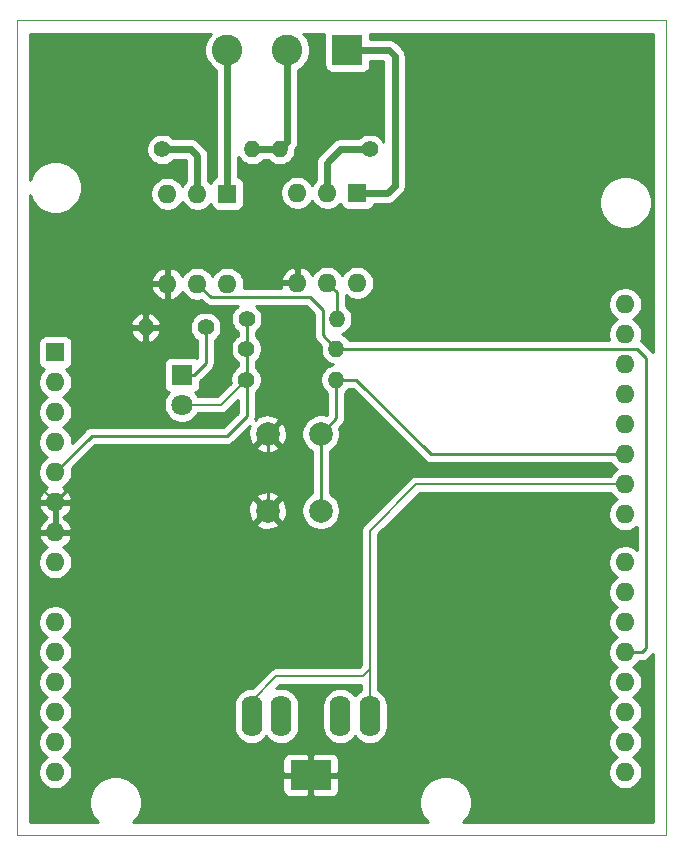
<source format=gtl>
G04 #@! TF.GenerationSoftware,KiCad,Pcbnew,(5.1.9)-1*
G04 #@! TF.CreationDate,2021-08-12T11:56:45-03:00*
G04 #@! TF.ProjectId,Alarma,416c6172-6d61-42e6-9b69-6361645f7063,rev?*
G04 #@! TF.SameCoordinates,Original*
G04 #@! TF.FileFunction,Copper,L1,Top*
G04 #@! TF.FilePolarity,Positive*
%FSLAX46Y46*%
G04 Gerber Fmt 4.6, Leading zero omitted, Abs format (unit mm)*
G04 Created by KiCad (PCBNEW (5.1.9)-1) date 2021-08-12 11:56:45*
%MOMM*%
%LPD*%
G01*
G04 APERTURE LIST*
G04 #@! TA.AperFunction,Profile*
%ADD10C,0.050000*%
G04 #@! TD*
G04 #@! TA.AperFunction,ComponentPad*
%ADD11O,1.400000X1.400000*%
G04 #@! TD*
G04 #@! TA.AperFunction,ComponentPad*
%ADD12C,1.400000*%
G04 #@! TD*
G04 #@! TA.AperFunction,ComponentPad*
%ADD13C,1.800000*%
G04 #@! TD*
G04 #@! TA.AperFunction,ComponentPad*
%ADD14R,1.800000X1.800000*%
G04 #@! TD*
G04 #@! TA.AperFunction,ComponentPad*
%ADD15O,1.750000X3.500000*%
G04 #@! TD*
G04 #@! TA.AperFunction,ComponentPad*
%ADD16R,3.500000X2.500000*%
G04 #@! TD*
G04 #@! TA.AperFunction,ComponentPad*
%ADD17O,1.600000X1.600000*%
G04 #@! TD*
G04 #@! TA.AperFunction,ComponentPad*
%ADD18R,1.600000X1.600000*%
G04 #@! TD*
G04 #@! TA.AperFunction,ComponentPad*
%ADD19C,2.000000*%
G04 #@! TD*
G04 #@! TA.AperFunction,ComponentPad*
%ADD20C,2.600000*%
G04 #@! TD*
G04 #@! TA.AperFunction,ComponentPad*
%ADD21R,2.600000X2.600000*%
G04 #@! TD*
G04 #@! TA.AperFunction,Conductor*
%ADD22C,0.200000*%
G04 #@! TD*
G04 #@! TA.AperFunction,Conductor*
%ADD23C,0.250000*%
G04 #@! TD*
G04 #@! TA.AperFunction,Conductor*
%ADD24C,0.600000*%
G04 #@! TD*
G04 #@! TA.AperFunction,Conductor*
%ADD25C,0.400000*%
G04 #@! TD*
G04 #@! TA.AperFunction,Conductor*
%ADD26C,0.254000*%
G04 #@! TD*
G04 #@! TA.AperFunction,Conductor*
%ADD27C,0.100000*%
G04 #@! TD*
G04 APERTURE END LIST*
D10*
X113000000Y-53000000D02*
X113000000Y-122000000D01*
X168000000Y-122000000D02*
X113000000Y-122000000D01*
X168000000Y-53000000D02*
X168000000Y-122000000D01*
X168000000Y-53000000D02*
X113000000Y-53000000D01*
D11*
X123920000Y-79000000D03*
D12*
X129000000Y-79000000D03*
D13*
X127000000Y-85540000D03*
D14*
X127000000Y-83000000D03*
D15*
X140400000Y-111890000D03*
X135400000Y-111890000D03*
X142900000Y-111890000D03*
X132900000Y-111890000D03*
D16*
X137900000Y-116896000D03*
D17*
X164535000Y-114120000D03*
X164535000Y-116660000D03*
X116275000Y-116660000D03*
X116275000Y-114120000D03*
X164535000Y-82120000D03*
X116275000Y-111580000D03*
X164535000Y-84660000D03*
X116275000Y-109040000D03*
X164535000Y-87200000D03*
X116275000Y-106500000D03*
X164535000Y-89740000D03*
X116275000Y-103960000D03*
X164535000Y-92280000D03*
X116275000Y-98880000D03*
X164535000Y-94820000D03*
X116275000Y-96340000D03*
X164535000Y-98880000D03*
X116275000Y-93800000D03*
X164535000Y-101420000D03*
X116275000Y-91260000D03*
X164535000Y-103960000D03*
X116275000Y-88720000D03*
X164535000Y-106500000D03*
X116275000Y-86180000D03*
X164535000Y-109040000D03*
X116275000Y-83640000D03*
X164535000Y-111580000D03*
D18*
X116275000Y-81100000D03*
D17*
X164535000Y-77040000D03*
X164535000Y-79580000D03*
D11*
X140045000Y-83425000D03*
D12*
X132425000Y-83425000D03*
D11*
X132945000Y-63925000D03*
D12*
X125325000Y-63925000D03*
D17*
X141850000Y-75220000D03*
X136770000Y-67600000D03*
X139310000Y-75220000D03*
X139310000Y-67600000D03*
X136770000Y-75220000D03*
D18*
X141850000Y-67600000D03*
D17*
X130850000Y-75295000D03*
X125770000Y-67675000D03*
X128310000Y-75295000D03*
X128310000Y-67675000D03*
X125770000Y-75295000D03*
D18*
X130850000Y-67675000D03*
D19*
X134250000Y-88000000D03*
X138750000Y-88000000D03*
X134250000Y-94500000D03*
X138750000Y-94500000D03*
D11*
X140095000Y-78275000D03*
D12*
X132475000Y-78275000D03*
D11*
X140070000Y-80800000D03*
D12*
X132450000Y-80800000D03*
D11*
X135280000Y-63925000D03*
D12*
X142900000Y-63925000D03*
D20*
X130840000Y-55500000D03*
X135920000Y-55500000D03*
D21*
X141000000Y-55500000D03*
D22*
X146820000Y-92280000D02*
X164535000Y-92280000D01*
X142900000Y-96200000D02*
X146820000Y-92280000D01*
X132900000Y-111890000D02*
X132900000Y-110600000D01*
X132900000Y-110600000D02*
X135000000Y-108500000D01*
X142300000Y-108500000D02*
X142900000Y-107900000D01*
X135000000Y-108500000D02*
X142300000Y-108500000D01*
X142900000Y-107900000D02*
X142900000Y-96200000D01*
X142900000Y-111890000D02*
X142900000Y-107900000D01*
D23*
X125770000Y-75295000D02*
X125770000Y-74105000D01*
X125770000Y-74105000D02*
X126350000Y-73525000D01*
X126350000Y-73525000D02*
X136125000Y-73525000D01*
X136770000Y-74170000D02*
X136770000Y-75220000D01*
X136125000Y-73525000D02*
X136770000Y-74170000D01*
X120075000Y-90000000D02*
X116275000Y-93800000D01*
X132250000Y-90000000D02*
X134250000Y-88000000D01*
X120075000Y-90000000D02*
X132250000Y-90000000D01*
X134250000Y-88000000D02*
X134250000Y-94500000D01*
D22*
X116275000Y-96340000D02*
X116275000Y-93800000D01*
X116275000Y-93800000D02*
X114650000Y-92175000D01*
X114650000Y-92175000D02*
X114650000Y-76650000D01*
X116005000Y-75295000D02*
X125770000Y-75295000D01*
X114650000Y-76650000D02*
X116005000Y-75295000D01*
D23*
X132475000Y-78275000D02*
X132475000Y-86525000D01*
X132475000Y-86525000D02*
X130825000Y-88175000D01*
X119360000Y-88175000D02*
X116275000Y-91260000D01*
X130825000Y-88175000D02*
X119360000Y-88175000D01*
D22*
X130310000Y-85540000D02*
X132425000Y-83425000D01*
X127000000Y-85540000D02*
X130310000Y-85540000D01*
D23*
X164535000Y-89740000D02*
X148085000Y-89740000D01*
X140045000Y-86705000D02*
X138750000Y-88000000D01*
X140045000Y-83425000D02*
X140045000Y-86705000D01*
X138750000Y-94500000D02*
X138750000Y-88000000D01*
X141770000Y-83425000D02*
X148085000Y-89740000D01*
X140045000Y-83425000D02*
X141770000Y-83425000D01*
X129435001Y-76420001D02*
X137820001Y-76420001D01*
X128310000Y-75295000D02*
X129435001Y-76420001D01*
X137820001Y-76420001D02*
X138950000Y-77550000D01*
X138950000Y-79680000D02*
X140070000Y-80800000D01*
X138950000Y-77550000D02*
X138950000Y-79680000D01*
X140070000Y-80800000D02*
X165525000Y-80800000D01*
X165525000Y-80800000D02*
X166275000Y-81550000D01*
X166275000Y-81550000D02*
X166275000Y-106175000D01*
X165950000Y-106500000D02*
X164535000Y-106500000D01*
X166275000Y-106175000D02*
X165950000Y-106500000D01*
D24*
X128310000Y-64460000D02*
X128310000Y-67675000D01*
X127775000Y-63925000D02*
X128310000Y-64460000D01*
X125325000Y-63925000D02*
X127775000Y-63925000D01*
X139310000Y-67600000D02*
X139310000Y-65040000D01*
X140425000Y-63925000D02*
X142900000Y-63925000D01*
X139310000Y-65040000D02*
X140425000Y-63925000D01*
D23*
X140095000Y-76005000D02*
X139310000Y-75220000D01*
X140095000Y-78275000D02*
X140095000Y-76005000D01*
D24*
X135920000Y-63285000D02*
X135280000Y-63925000D01*
X135920000Y-55500000D02*
X135920000Y-63285000D01*
X132945000Y-63925000D02*
X135280000Y-63925000D01*
D25*
X130850000Y-55510000D02*
X130840000Y-55500000D01*
D24*
X130840000Y-67665000D02*
X130850000Y-67675000D01*
X130840000Y-55500000D02*
X130840000Y-67665000D01*
D23*
X141850000Y-67600000D02*
X142150000Y-67600000D01*
D24*
X144400000Y-67600000D02*
X141850000Y-67600000D01*
X145000000Y-67000000D02*
X144400000Y-67600000D01*
X145000000Y-56000000D02*
X145000000Y-67000000D01*
X144500000Y-55500000D02*
X145000000Y-56000000D01*
X141000000Y-55500000D02*
X144500000Y-55500000D01*
D23*
X129000000Y-79000000D02*
X129000000Y-82000000D01*
X128000000Y-83000000D02*
X127000000Y-83000000D01*
X129000000Y-82000000D02*
X128000000Y-83000000D01*
D26*
X129336987Y-54266509D02*
X129125225Y-54583434D01*
X128979361Y-54935581D01*
X128905000Y-55309419D01*
X128905000Y-55690581D01*
X128979361Y-56064419D01*
X129125225Y-56416566D01*
X129336987Y-56733491D01*
X129606509Y-57003013D01*
X129905000Y-57202458D01*
X129905001Y-66255412D01*
X129805820Y-66285498D01*
X129695506Y-66344463D01*
X129598815Y-66423815D01*
X129519463Y-66520506D01*
X129460498Y-66630820D01*
X129424188Y-66750518D01*
X129423357Y-66758961D01*
X129245000Y-66580604D01*
X129245000Y-64505931D01*
X129249524Y-64459999D01*
X129231471Y-64276707D01*
X129199706Y-64171993D01*
X129178007Y-64100460D01*
X129091186Y-63938028D01*
X128974344Y-63795656D01*
X128938660Y-63766371D01*
X128468630Y-63296341D01*
X128439344Y-63260656D01*
X128296972Y-63143814D01*
X128134540Y-63056993D01*
X127958292Y-63003529D01*
X127820932Y-62990000D01*
X127775000Y-62985476D01*
X127729068Y-62990000D01*
X126277975Y-62990000D01*
X126176013Y-62888038D01*
X125957359Y-62741939D01*
X125714405Y-62641304D01*
X125456486Y-62590000D01*
X125193514Y-62590000D01*
X124935595Y-62641304D01*
X124692641Y-62741939D01*
X124473987Y-62888038D01*
X124288038Y-63073987D01*
X124141939Y-63292641D01*
X124041304Y-63535595D01*
X123990000Y-63793514D01*
X123990000Y-64056486D01*
X124041304Y-64314405D01*
X124141939Y-64557359D01*
X124288038Y-64776013D01*
X124473987Y-64961962D01*
X124692641Y-65108061D01*
X124935595Y-65208696D01*
X125193514Y-65260000D01*
X125456486Y-65260000D01*
X125714405Y-65208696D01*
X125957359Y-65108061D01*
X126176013Y-64961962D01*
X126277975Y-64860000D01*
X127375000Y-64860000D01*
X127375001Y-66580603D01*
X127195363Y-66760241D01*
X127040000Y-66992759D01*
X126884637Y-66760241D01*
X126684759Y-66560363D01*
X126449727Y-66403320D01*
X126188574Y-66295147D01*
X125911335Y-66240000D01*
X125628665Y-66240000D01*
X125351426Y-66295147D01*
X125090273Y-66403320D01*
X124855241Y-66560363D01*
X124655363Y-66760241D01*
X124498320Y-66995273D01*
X124390147Y-67256426D01*
X124335000Y-67533665D01*
X124335000Y-67816335D01*
X124390147Y-68093574D01*
X124498320Y-68354727D01*
X124655363Y-68589759D01*
X124855241Y-68789637D01*
X125090273Y-68946680D01*
X125351426Y-69054853D01*
X125628665Y-69110000D01*
X125911335Y-69110000D01*
X126188574Y-69054853D01*
X126449727Y-68946680D01*
X126684759Y-68789637D01*
X126884637Y-68589759D01*
X127040000Y-68357241D01*
X127195363Y-68589759D01*
X127395241Y-68789637D01*
X127630273Y-68946680D01*
X127891426Y-69054853D01*
X128168665Y-69110000D01*
X128451335Y-69110000D01*
X128728574Y-69054853D01*
X128989727Y-68946680D01*
X129224759Y-68789637D01*
X129423357Y-68591039D01*
X129424188Y-68599482D01*
X129460498Y-68719180D01*
X129519463Y-68829494D01*
X129598815Y-68926185D01*
X129695506Y-69005537D01*
X129805820Y-69064502D01*
X129925518Y-69100812D01*
X130050000Y-69113072D01*
X131650000Y-69113072D01*
X131774482Y-69100812D01*
X131894180Y-69064502D01*
X132004494Y-69005537D01*
X132101185Y-68926185D01*
X132180537Y-68829494D01*
X132239502Y-68719180D01*
X132275812Y-68599482D01*
X132288072Y-68475000D01*
X132288072Y-66875000D01*
X132275812Y-66750518D01*
X132239502Y-66630820D01*
X132180537Y-66520506D01*
X132101185Y-66423815D01*
X132004494Y-66344463D01*
X131894180Y-66285498D01*
X131775000Y-66249345D01*
X131775000Y-64576906D01*
X131908038Y-64776013D01*
X132093987Y-64961962D01*
X132312641Y-65108061D01*
X132555595Y-65208696D01*
X132813514Y-65260000D01*
X133076486Y-65260000D01*
X133334405Y-65208696D01*
X133577359Y-65108061D01*
X133796013Y-64961962D01*
X133897975Y-64860000D01*
X134327025Y-64860000D01*
X134428987Y-64961962D01*
X134647641Y-65108061D01*
X134890595Y-65208696D01*
X135148514Y-65260000D01*
X135411486Y-65260000D01*
X135669405Y-65208696D01*
X135912359Y-65108061D01*
X136131013Y-64961962D01*
X136316962Y-64776013D01*
X136463061Y-64557359D01*
X136563696Y-64314405D01*
X136615000Y-64056486D01*
X136615000Y-63911990D01*
X136701186Y-63806972D01*
X136757765Y-63701120D01*
X136788007Y-63644541D01*
X136841472Y-63468292D01*
X136859524Y-63285000D01*
X136855000Y-63239065D01*
X136855000Y-57202458D01*
X137153491Y-57003013D01*
X137423013Y-56733491D01*
X137634775Y-56416566D01*
X137780639Y-56064419D01*
X137855000Y-55690581D01*
X137855000Y-55309419D01*
X137780639Y-54935581D01*
X137634775Y-54583434D01*
X137423013Y-54266509D01*
X137283504Y-54127000D01*
X139069118Y-54127000D01*
X139061928Y-54200000D01*
X139061928Y-56800000D01*
X139074188Y-56924482D01*
X139110498Y-57044180D01*
X139169463Y-57154494D01*
X139248815Y-57251185D01*
X139345506Y-57330537D01*
X139455820Y-57389502D01*
X139575518Y-57425812D01*
X139700000Y-57438072D01*
X142300000Y-57438072D01*
X142424482Y-57425812D01*
X142544180Y-57389502D01*
X142654494Y-57330537D01*
X142751185Y-57251185D01*
X142830537Y-57154494D01*
X142889502Y-57044180D01*
X142925812Y-56924482D01*
X142938072Y-56800000D01*
X142938072Y-56435000D01*
X144065000Y-56435000D01*
X144065001Y-63265612D01*
X143936962Y-63073987D01*
X143751013Y-62888038D01*
X143532359Y-62741939D01*
X143289405Y-62641304D01*
X143031486Y-62590000D01*
X142768514Y-62590000D01*
X142510595Y-62641304D01*
X142267641Y-62741939D01*
X142048987Y-62888038D01*
X141947025Y-62990000D01*
X140470931Y-62990000D01*
X140424999Y-62985476D01*
X140241707Y-63003529D01*
X140188243Y-63019747D01*
X140065460Y-63056993D01*
X139903028Y-63143814D01*
X139760656Y-63260656D01*
X139731376Y-63296334D01*
X138681336Y-64346375D01*
X138645657Y-64375656D01*
X138528815Y-64518028D01*
X138490697Y-64589343D01*
X138441994Y-64680460D01*
X138388529Y-64856709D01*
X138370476Y-65040000D01*
X138375001Y-65085942D01*
X138375000Y-66505604D01*
X138195363Y-66685241D01*
X138040000Y-66917759D01*
X137884637Y-66685241D01*
X137684759Y-66485363D01*
X137449727Y-66328320D01*
X137188574Y-66220147D01*
X136911335Y-66165000D01*
X136628665Y-66165000D01*
X136351426Y-66220147D01*
X136090273Y-66328320D01*
X135855241Y-66485363D01*
X135655363Y-66685241D01*
X135498320Y-66920273D01*
X135390147Y-67181426D01*
X135335000Y-67458665D01*
X135335000Y-67741335D01*
X135390147Y-68018574D01*
X135498320Y-68279727D01*
X135655363Y-68514759D01*
X135855241Y-68714637D01*
X136090273Y-68871680D01*
X136351426Y-68979853D01*
X136628665Y-69035000D01*
X136911335Y-69035000D01*
X137188574Y-68979853D01*
X137449727Y-68871680D01*
X137684759Y-68714637D01*
X137884637Y-68514759D01*
X138040000Y-68282241D01*
X138195363Y-68514759D01*
X138395241Y-68714637D01*
X138630273Y-68871680D01*
X138891426Y-68979853D01*
X139168665Y-69035000D01*
X139451335Y-69035000D01*
X139728574Y-68979853D01*
X139989727Y-68871680D01*
X140224759Y-68714637D01*
X140423357Y-68516039D01*
X140424188Y-68524482D01*
X140460498Y-68644180D01*
X140519463Y-68754494D01*
X140598815Y-68851185D01*
X140695506Y-68930537D01*
X140805820Y-68989502D01*
X140925518Y-69025812D01*
X141050000Y-69038072D01*
X142650000Y-69038072D01*
X142774482Y-69025812D01*
X142894180Y-68989502D01*
X143004494Y-68930537D01*
X143101185Y-68851185D01*
X143180537Y-68754494D01*
X143239502Y-68644180D01*
X143272621Y-68535000D01*
X144354068Y-68535000D01*
X144400000Y-68539524D01*
X144445932Y-68535000D01*
X144583292Y-68521471D01*
X144759540Y-68468007D01*
X144921972Y-68381186D01*
X145064344Y-68264344D01*
X145093630Y-68228659D01*
X145142417Y-68179872D01*
X162300000Y-68179872D01*
X162300000Y-68620128D01*
X162385890Y-69051925D01*
X162554369Y-69458669D01*
X162798962Y-69824729D01*
X163110271Y-70136038D01*
X163476331Y-70380631D01*
X163883075Y-70549110D01*
X164314872Y-70635000D01*
X164755128Y-70635000D01*
X165186925Y-70549110D01*
X165593669Y-70380631D01*
X165959729Y-70136038D01*
X166271038Y-69824729D01*
X166515631Y-69458669D01*
X166684110Y-69051925D01*
X166770000Y-68620128D01*
X166770000Y-68179872D01*
X166684110Y-67748075D01*
X166515631Y-67341331D01*
X166271038Y-66975271D01*
X165959729Y-66663962D01*
X165593669Y-66419369D01*
X165186925Y-66250890D01*
X164755128Y-66165000D01*
X164314872Y-66165000D01*
X163883075Y-66250890D01*
X163476331Y-66419369D01*
X163110271Y-66663962D01*
X162798962Y-66975271D01*
X162554369Y-67341331D01*
X162385890Y-67748075D01*
X162300000Y-68179872D01*
X145142417Y-68179872D01*
X145628659Y-67693630D01*
X145664344Y-67664344D01*
X145781186Y-67521972D01*
X145868007Y-67359540D01*
X145921471Y-67183292D01*
X145931839Y-67078028D01*
X145939524Y-67000001D01*
X145935000Y-66954069D01*
X145935000Y-56045935D01*
X145939524Y-56000000D01*
X145921472Y-55816708D01*
X145881000Y-55683292D01*
X145868007Y-55640460D01*
X145781186Y-55478028D01*
X145664344Y-55335656D01*
X145628655Y-55306367D01*
X145193631Y-54871342D01*
X145164344Y-54835656D01*
X145021972Y-54718814D01*
X144859540Y-54631993D01*
X144683292Y-54578529D01*
X144545932Y-54565000D01*
X144500000Y-54560476D01*
X144454068Y-54565000D01*
X142938072Y-54565000D01*
X142938072Y-54200000D01*
X142930882Y-54127000D01*
X166873000Y-54127000D01*
X166873000Y-81080671D01*
X166815001Y-81009999D01*
X166786004Y-80986202D01*
X166088803Y-80289002D01*
X166065001Y-80259999D01*
X165949276Y-80165026D01*
X165864644Y-80119789D01*
X165914853Y-79998574D01*
X165970000Y-79721335D01*
X165970000Y-79438665D01*
X165914853Y-79161426D01*
X165806680Y-78900273D01*
X165649637Y-78665241D01*
X165449759Y-78465363D01*
X165217241Y-78310000D01*
X165449759Y-78154637D01*
X165649637Y-77954759D01*
X165806680Y-77719727D01*
X165914853Y-77458574D01*
X165970000Y-77181335D01*
X165970000Y-76898665D01*
X165914853Y-76621426D01*
X165806680Y-76360273D01*
X165649637Y-76125241D01*
X165449759Y-75925363D01*
X165214727Y-75768320D01*
X164953574Y-75660147D01*
X164676335Y-75605000D01*
X164393665Y-75605000D01*
X164116426Y-75660147D01*
X163855273Y-75768320D01*
X163620241Y-75925363D01*
X163420363Y-76125241D01*
X163263320Y-76360273D01*
X163155147Y-76621426D01*
X163100000Y-76898665D01*
X163100000Y-77181335D01*
X163155147Y-77458574D01*
X163263320Y-77719727D01*
X163420363Y-77954759D01*
X163620241Y-78154637D01*
X163852759Y-78310000D01*
X163620241Y-78465363D01*
X163420363Y-78665241D01*
X163263320Y-78900273D01*
X163155147Y-79161426D01*
X163100000Y-79438665D01*
X163100000Y-79721335D01*
X163155147Y-79998574D01*
X163172306Y-80040000D01*
X141167775Y-80040000D01*
X141106962Y-79948987D01*
X140921013Y-79763038D01*
X140702359Y-79616939D01*
X140523077Y-79542678D01*
X140727359Y-79458061D01*
X140946013Y-79311962D01*
X141131962Y-79126013D01*
X141278061Y-78907359D01*
X141378696Y-78664405D01*
X141430000Y-78406486D01*
X141430000Y-78143514D01*
X141378696Y-77885595D01*
X141278061Y-77642641D01*
X141131962Y-77423987D01*
X140946013Y-77238038D01*
X140855000Y-77177225D01*
X140855000Y-76254396D01*
X140935241Y-76334637D01*
X141170273Y-76491680D01*
X141431426Y-76599853D01*
X141708665Y-76655000D01*
X141991335Y-76655000D01*
X142268574Y-76599853D01*
X142529727Y-76491680D01*
X142764759Y-76334637D01*
X142964637Y-76134759D01*
X143121680Y-75899727D01*
X143229853Y-75638574D01*
X143285000Y-75361335D01*
X143285000Y-75078665D01*
X143229853Y-74801426D01*
X143121680Y-74540273D01*
X142964637Y-74305241D01*
X142764759Y-74105363D01*
X142529727Y-73948320D01*
X142268574Y-73840147D01*
X141991335Y-73785000D01*
X141708665Y-73785000D01*
X141431426Y-73840147D01*
X141170273Y-73948320D01*
X140935241Y-74105363D01*
X140735363Y-74305241D01*
X140580000Y-74537759D01*
X140424637Y-74305241D01*
X140224759Y-74105363D01*
X139989727Y-73948320D01*
X139728574Y-73840147D01*
X139451335Y-73785000D01*
X139168665Y-73785000D01*
X138891426Y-73840147D01*
X138630273Y-73948320D01*
X138395241Y-74105363D01*
X138195363Y-74305241D01*
X138038320Y-74540273D01*
X138033933Y-74550865D01*
X137922385Y-74364869D01*
X137733414Y-74156481D01*
X137507420Y-73988963D01*
X137253087Y-73868754D01*
X137119039Y-73828096D01*
X136897000Y-73950085D01*
X136897000Y-75093000D01*
X136917000Y-75093000D01*
X136917000Y-75347000D01*
X136897000Y-75347000D01*
X136897000Y-75367000D01*
X136643000Y-75367000D01*
X136643000Y-75347000D01*
X135499376Y-75347000D01*
X135378091Y-75569040D01*
X135410664Y-75660001D01*
X132240509Y-75660001D01*
X132285000Y-75436335D01*
X132285000Y-75153665D01*
X132229853Y-74876426D01*
X132227589Y-74870960D01*
X135378091Y-74870960D01*
X135499376Y-75093000D01*
X136643000Y-75093000D01*
X136643000Y-73950085D01*
X136420961Y-73828096D01*
X136286913Y-73868754D01*
X136032580Y-73988963D01*
X135806586Y-74156481D01*
X135617615Y-74364869D01*
X135472930Y-74606119D01*
X135378091Y-74870960D01*
X132227589Y-74870960D01*
X132121680Y-74615273D01*
X131964637Y-74380241D01*
X131764759Y-74180363D01*
X131529727Y-74023320D01*
X131268574Y-73915147D01*
X130991335Y-73860000D01*
X130708665Y-73860000D01*
X130431426Y-73915147D01*
X130170273Y-74023320D01*
X129935241Y-74180363D01*
X129735363Y-74380241D01*
X129580000Y-74612759D01*
X129424637Y-74380241D01*
X129224759Y-74180363D01*
X128989727Y-74023320D01*
X128728574Y-73915147D01*
X128451335Y-73860000D01*
X128168665Y-73860000D01*
X127891426Y-73915147D01*
X127630273Y-74023320D01*
X127395241Y-74180363D01*
X127195363Y-74380241D01*
X127038320Y-74615273D01*
X127033933Y-74625865D01*
X126922385Y-74439869D01*
X126733414Y-74231481D01*
X126507420Y-74063963D01*
X126253087Y-73943754D01*
X126119039Y-73903096D01*
X125897000Y-74025085D01*
X125897000Y-75168000D01*
X125917000Y-75168000D01*
X125917000Y-75422000D01*
X125897000Y-75422000D01*
X125897000Y-76564915D01*
X126119039Y-76686904D01*
X126253087Y-76646246D01*
X126507420Y-76526037D01*
X126733414Y-76358519D01*
X126922385Y-76150131D01*
X127033933Y-75964135D01*
X127038320Y-75974727D01*
X127195363Y-76209759D01*
X127395241Y-76409637D01*
X127630273Y-76566680D01*
X127891426Y-76674853D01*
X128168665Y-76730000D01*
X128451335Y-76730000D01*
X128633886Y-76693688D01*
X128871201Y-76931003D01*
X128895000Y-76960002D01*
X129010725Y-77054975D01*
X129142754Y-77125547D01*
X129286015Y-77169004D01*
X129397668Y-77180001D01*
X129397676Y-77180001D01*
X129435001Y-77183677D01*
X129472326Y-77180001D01*
X131710846Y-77180001D01*
X131623987Y-77238038D01*
X131438038Y-77423987D01*
X131291939Y-77642641D01*
X131191304Y-77885595D01*
X131140000Y-78143514D01*
X131140000Y-78406486D01*
X131191304Y-78664405D01*
X131291939Y-78907359D01*
X131438038Y-79126013D01*
X131623987Y-79311962D01*
X131715000Y-79372775D01*
X131715000Y-79685521D01*
X131598987Y-79763038D01*
X131413038Y-79948987D01*
X131266939Y-80167641D01*
X131166304Y-80410595D01*
X131115000Y-80668514D01*
X131115000Y-80931486D01*
X131166304Y-81189405D01*
X131266939Y-81432359D01*
X131413038Y-81651013D01*
X131598987Y-81836962D01*
X131715000Y-81914479D01*
X131715000Y-82293816D01*
X131573987Y-82388038D01*
X131388038Y-82573987D01*
X131241939Y-82792641D01*
X131141304Y-83035595D01*
X131090000Y-83293514D01*
X131090000Y-83556486D01*
X131117221Y-83693333D01*
X130005554Y-84805000D01*
X128355017Y-84805000D01*
X128192312Y-84561495D01*
X128125873Y-84495056D01*
X128144180Y-84489502D01*
X128254494Y-84430537D01*
X128351185Y-84351185D01*
X128430537Y-84254494D01*
X128489502Y-84144180D01*
X128525812Y-84024482D01*
X128538072Y-83900000D01*
X128538072Y-83541584D01*
X128540001Y-83540001D01*
X128563804Y-83510998D01*
X129511003Y-82563799D01*
X129540001Y-82540001D01*
X129634974Y-82424276D01*
X129705546Y-82292247D01*
X129749003Y-82148986D01*
X129760000Y-82037333D01*
X129763677Y-82000000D01*
X129760000Y-81962667D01*
X129760000Y-80097775D01*
X129851013Y-80036962D01*
X130036962Y-79851013D01*
X130183061Y-79632359D01*
X130283696Y-79389405D01*
X130335000Y-79131486D01*
X130335000Y-78868514D01*
X130283696Y-78610595D01*
X130183061Y-78367641D01*
X130036962Y-78148987D01*
X129851013Y-77963038D01*
X129632359Y-77816939D01*
X129389405Y-77716304D01*
X129131486Y-77665000D01*
X128868514Y-77665000D01*
X128610595Y-77716304D01*
X128367641Y-77816939D01*
X128148987Y-77963038D01*
X127963038Y-78148987D01*
X127816939Y-78367641D01*
X127716304Y-78610595D01*
X127665000Y-78868514D01*
X127665000Y-79131486D01*
X127716304Y-79389405D01*
X127816939Y-79632359D01*
X127963038Y-79851013D01*
X128148987Y-80036962D01*
X128240000Y-80097775D01*
X128240001Y-81561716D01*
X128144180Y-81510498D01*
X128024482Y-81474188D01*
X127900000Y-81461928D01*
X126100000Y-81461928D01*
X125975518Y-81474188D01*
X125855820Y-81510498D01*
X125745506Y-81569463D01*
X125648815Y-81648815D01*
X125569463Y-81745506D01*
X125510498Y-81855820D01*
X125474188Y-81975518D01*
X125461928Y-82100000D01*
X125461928Y-83900000D01*
X125474188Y-84024482D01*
X125510498Y-84144180D01*
X125569463Y-84254494D01*
X125648815Y-84351185D01*
X125745506Y-84430537D01*
X125855820Y-84489502D01*
X125874127Y-84495056D01*
X125807688Y-84561495D01*
X125639701Y-84812905D01*
X125523989Y-85092257D01*
X125465000Y-85388816D01*
X125465000Y-85691184D01*
X125523989Y-85987743D01*
X125639701Y-86267095D01*
X125807688Y-86518505D01*
X126021495Y-86732312D01*
X126272905Y-86900299D01*
X126552257Y-87016011D01*
X126848816Y-87075000D01*
X127151184Y-87075000D01*
X127447743Y-87016011D01*
X127727095Y-86900299D01*
X127978505Y-86732312D01*
X128192312Y-86518505D01*
X128355017Y-86275000D01*
X130273895Y-86275000D01*
X130310000Y-86278556D01*
X130346105Y-86275000D01*
X130454085Y-86264365D01*
X130592633Y-86222337D01*
X130720320Y-86154087D01*
X130832238Y-86062238D01*
X130855258Y-86034188D01*
X131715001Y-85174446D01*
X131715001Y-86210196D01*
X130510199Y-87415000D01*
X119397323Y-87415000D01*
X119360000Y-87411324D01*
X119322677Y-87415000D01*
X119322667Y-87415000D01*
X119211014Y-87425997D01*
X119067753Y-87469454D01*
X118935724Y-87540026D01*
X118819999Y-87634999D01*
X118796201Y-87663997D01*
X117710000Y-88750198D01*
X117710000Y-88578665D01*
X117654853Y-88301426D01*
X117546680Y-88040273D01*
X117389637Y-87805241D01*
X117189759Y-87605363D01*
X116957241Y-87450000D01*
X117189759Y-87294637D01*
X117389637Y-87094759D01*
X117546680Y-86859727D01*
X117654853Y-86598574D01*
X117710000Y-86321335D01*
X117710000Y-86038665D01*
X117654853Y-85761426D01*
X117546680Y-85500273D01*
X117389637Y-85265241D01*
X117189759Y-85065363D01*
X116957241Y-84910000D01*
X117189759Y-84754637D01*
X117389637Y-84554759D01*
X117546680Y-84319727D01*
X117654853Y-84058574D01*
X117710000Y-83781335D01*
X117710000Y-83498665D01*
X117654853Y-83221426D01*
X117546680Y-82960273D01*
X117389637Y-82725241D01*
X117191039Y-82526643D01*
X117199482Y-82525812D01*
X117319180Y-82489502D01*
X117429494Y-82430537D01*
X117526185Y-82351185D01*
X117605537Y-82254494D01*
X117664502Y-82144180D01*
X117700812Y-82024482D01*
X117713072Y-81900000D01*
X117713072Y-80300000D01*
X117700812Y-80175518D01*
X117664502Y-80055820D01*
X117605537Y-79945506D01*
X117526185Y-79848815D01*
X117429494Y-79769463D01*
X117319180Y-79710498D01*
X117199482Y-79674188D01*
X117075000Y-79661928D01*
X115475000Y-79661928D01*
X115350518Y-79674188D01*
X115230820Y-79710498D01*
X115120506Y-79769463D01*
X115023815Y-79848815D01*
X114944463Y-79945506D01*
X114885498Y-80055820D01*
X114849188Y-80175518D01*
X114836928Y-80300000D01*
X114836928Y-81900000D01*
X114849188Y-82024482D01*
X114885498Y-82144180D01*
X114944463Y-82254494D01*
X115023815Y-82351185D01*
X115120506Y-82430537D01*
X115230820Y-82489502D01*
X115350518Y-82525812D01*
X115358961Y-82526643D01*
X115160363Y-82725241D01*
X115003320Y-82960273D01*
X114895147Y-83221426D01*
X114840000Y-83498665D01*
X114840000Y-83781335D01*
X114895147Y-84058574D01*
X115003320Y-84319727D01*
X115160363Y-84554759D01*
X115360241Y-84754637D01*
X115592759Y-84910000D01*
X115360241Y-85065363D01*
X115160363Y-85265241D01*
X115003320Y-85500273D01*
X114895147Y-85761426D01*
X114840000Y-86038665D01*
X114840000Y-86321335D01*
X114895147Y-86598574D01*
X115003320Y-86859727D01*
X115160363Y-87094759D01*
X115360241Y-87294637D01*
X115592759Y-87450000D01*
X115360241Y-87605363D01*
X115160363Y-87805241D01*
X115003320Y-88040273D01*
X114895147Y-88301426D01*
X114840000Y-88578665D01*
X114840000Y-88861335D01*
X114895147Y-89138574D01*
X115003320Y-89399727D01*
X115160363Y-89634759D01*
X115360241Y-89834637D01*
X115592759Y-89990000D01*
X115360241Y-90145363D01*
X115160363Y-90345241D01*
X115003320Y-90580273D01*
X114895147Y-90841426D01*
X114840000Y-91118665D01*
X114840000Y-91401335D01*
X114895147Y-91678574D01*
X115003320Y-91939727D01*
X115160363Y-92174759D01*
X115360241Y-92374637D01*
X115595273Y-92531680D01*
X115605865Y-92536067D01*
X115419869Y-92647615D01*
X115211481Y-92836586D01*
X115043963Y-93062580D01*
X114923754Y-93316913D01*
X114883096Y-93450961D01*
X115005085Y-93673000D01*
X116148000Y-93673000D01*
X116148000Y-93653000D01*
X116402000Y-93653000D01*
X116402000Y-93673000D01*
X117544915Y-93673000D01*
X117666904Y-93450961D01*
X117640706Y-93364587D01*
X133294192Y-93364587D01*
X134250000Y-94320395D01*
X135205808Y-93364587D01*
X135110044Y-93100186D01*
X134820429Y-92959296D01*
X134508892Y-92877616D01*
X134187405Y-92858282D01*
X133868325Y-92902039D01*
X133563912Y-93007205D01*
X133389956Y-93100186D01*
X133294192Y-93364587D01*
X117640706Y-93364587D01*
X117626246Y-93316913D01*
X117506037Y-93062580D01*
X117338519Y-92836586D01*
X117130131Y-92647615D01*
X116944135Y-92536067D01*
X116954727Y-92531680D01*
X117189759Y-92374637D01*
X117389637Y-92174759D01*
X117546680Y-91939727D01*
X117654853Y-91678574D01*
X117710000Y-91401335D01*
X117710000Y-91118665D01*
X117673688Y-90936114D01*
X119474389Y-89135413D01*
X133294192Y-89135413D01*
X133389956Y-89399814D01*
X133679571Y-89540704D01*
X133991108Y-89622384D01*
X134312595Y-89641718D01*
X134631675Y-89597961D01*
X134936088Y-89492795D01*
X135110044Y-89399814D01*
X135205808Y-89135413D01*
X134250000Y-88179605D01*
X133294192Y-89135413D01*
X119474389Y-89135413D01*
X119674802Y-88935000D01*
X130787678Y-88935000D01*
X130825000Y-88938676D01*
X130862322Y-88935000D01*
X130862333Y-88935000D01*
X130973986Y-88924003D01*
X131117247Y-88880546D01*
X131249276Y-88809974D01*
X131365001Y-88715001D01*
X131388803Y-88685998D01*
X132769985Y-87304817D01*
X132709296Y-87429571D01*
X132627616Y-87741108D01*
X132608282Y-88062595D01*
X132652039Y-88381675D01*
X132757205Y-88686088D01*
X132850186Y-88860044D01*
X133114587Y-88955808D01*
X134070395Y-88000000D01*
X134429605Y-88000000D01*
X135385413Y-88955808D01*
X135649814Y-88860044D01*
X135790704Y-88570429D01*
X135872384Y-88258892D01*
X135891718Y-87937405D01*
X135847961Y-87618325D01*
X135742795Y-87313912D01*
X135649814Y-87139956D01*
X135385413Y-87044192D01*
X134429605Y-88000000D01*
X134070395Y-88000000D01*
X134056253Y-87985858D01*
X134235858Y-87806253D01*
X134250000Y-87820395D01*
X135205808Y-86864587D01*
X135110044Y-86600186D01*
X134820429Y-86459296D01*
X134508892Y-86377616D01*
X134187405Y-86358282D01*
X133868325Y-86402039D01*
X133563912Y-86507205D01*
X133389956Y-86600186D01*
X133294193Y-86864585D01*
X133195979Y-86766371D01*
X133224003Y-86673986D01*
X133235000Y-86562333D01*
X133235000Y-86562324D01*
X133238676Y-86525001D01*
X133235000Y-86487678D01*
X133235000Y-84489366D01*
X133276013Y-84461962D01*
X133461962Y-84276013D01*
X133608061Y-84057359D01*
X133708696Y-83814405D01*
X133760000Y-83556486D01*
X133760000Y-83293514D01*
X133708696Y-83035595D01*
X133608061Y-82792641D01*
X133461962Y-82573987D01*
X133276013Y-82388038D01*
X133235000Y-82360634D01*
X133235000Y-81881070D01*
X133301013Y-81836962D01*
X133486962Y-81651013D01*
X133633061Y-81432359D01*
X133733696Y-81189405D01*
X133785000Y-80931486D01*
X133785000Y-80668514D01*
X133733696Y-80410595D01*
X133633061Y-80167641D01*
X133486962Y-79948987D01*
X133301013Y-79763038D01*
X133235000Y-79718930D01*
X133235000Y-79372775D01*
X133326013Y-79311962D01*
X133511962Y-79126013D01*
X133658061Y-78907359D01*
X133758696Y-78664405D01*
X133810000Y-78406486D01*
X133810000Y-78143514D01*
X133758696Y-77885595D01*
X133658061Y-77642641D01*
X133511962Y-77423987D01*
X133326013Y-77238038D01*
X133239154Y-77180001D01*
X137505200Y-77180001D01*
X138190000Y-77864802D01*
X138190001Y-79642668D01*
X138186324Y-79680000D01*
X138200998Y-79828985D01*
X138244454Y-79972246D01*
X138315026Y-80104276D01*
X138379684Y-80183061D01*
X138410000Y-80220001D01*
X138438998Y-80243799D01*
X138756355Y-80561156D01*
X138735000Y-80668514D01*
X138735000Y-80931486D01*
X138786304Y-81189405D01*
X138886939Y-81432359D01*
X139033038Y-81651013D01*
X139218987Y-81836962D01*
X139437641Y-81983061D01*
X139680595Y-82083696D01*
X139812900Y-82110014D01*
X139655595Y-82141304D01*
X139412641Y-82241939D01*
X139193987Y-82388038D01*
X139008038Y-82573987D01*
X138861939Y-82792641D01*
X138761304Y-83035595D01*
X138710000Y-83293514D01*
X138710000Y-83556486D01*
X138761304Y-83814405D01*
X138861939Y-84057359D01*
X139008038Y-84276013D01*
X139193987Y-84461962D01*
X139285000Y-84522775D01*
X139285001Y-86390197D01*
X139241375Y-86433823D01*
X139226912Y-86427832D01*
X138911033Y-86365000D01*
X138588967Y-86365000D01*
X138273088Y-86427832D01*
X137975537Y-86551082D01*
X137707748Y-86730013D01*
X137480013Y-86957748D01*
X137301082Y-87225537D01*
X137177832Y-87523088D01*
X137115000Y-87838967D01*
X137115000Y-88161033D01*
X137177832Y-88476912D01*
X137301082Y-88774463D01*
X137480013Y-89042252D01*
X137707748Y-89269987D01*
X137975537Y-89448918D01*
X137990001Y-89454909D01*
X137990000Y-93045091D01*
X137975537Y-93051082D01*
X137707748Y-93230013D01*
X137480013Y-93457748D01*
X137301082Y-93725537D01*
X137177832Y-94023088D01*
X137115000Y-94338967D01*
X137115000Y-94661033D01*
X137177832Y-94976912D01*
X137301082Y-95274463D01*
X137480013Y-95542252D01*
X137707748Y-95769987D01*
X137975537Y-95948918D01*
X138273088Y-96072168D01*
X138588967Y-96135000D01*
X138911033Y-96135000D01*
X139226912Y-96072168D01*
X139524463Y-95948918D01*
X139792252Y-95769987D01*
X140019987Y-95542252D01*
X140198918Y-95274463D01*
X140322168Y-94976912D01*
X140385000Y-94661033D01*
X140385000Y-94338967D01*
X140322168Y-94023088D01*
X140198918Y-93725537D01*
X140019987Y-93457748D01*
X139792252Y-93230013D01*
X139524463Y-93051082D01*
X139510000Y-93045091D01*
X139510000Y-89454909D01*
X139524463Y-89448918D01*
X139792252Y-89269987D01*
X140019987Y-89042252D01*
X140198918Y-88774463D01*
X140322168Y-88476912D01*
X140385000Y-88161033D01*
X140385000Y-87838967D01*
X140322168Y-87523088D01*
X140316177Y-87508625D01*
X140556003Y-87268799D01*
X140585001Y-87245001D01*
X140679974Y-87129276D01*
X140750546Y-86997247D01*
X140794003Y-86853986D01*
X140805000Y-86742333D01*
X140808677Y-86705000D01*
X140805000Y-86667667D01*
X140805000Y-84522775D01*
X140896013Y-84461962D01*
X141081962Y-84276013D01*
X141142775Y-84185000D01*
X141455199Y-84185000D01*
X147521201Y-90251003D01*
X147544999Y-90280001D01*
X147660724Y-90374974D01*
X147792753Y-90445546D01*
X147936014Y-90489003D01*
X148047667Y-90500000D01*
X148047675Y-90500000D01*
X148085000Y-90503676D01*
X148122325Y-90500000D01*
X163316957Y-90500000D01*
X163420363Y-90654759D01*
X163620241Y-90854637D01*
X163852759Y-91010000D01*
X163620241Y-91165363D01*
X163420363Y-91365241D01*
X163300252Y-91545000D01*
X146856096Y-91545000D01*
X146819999Y-91541445D01*
X146783902Y-91545000D01*
X146783895Y-91545000D01*
X146690132Y-91554235D01*
X146675914Y-91555635D01*
X146633886Y-91568384D01*
X146537367Y-91597663D01*
X146409680Y-91665913D01*
X146297762Y-91757762D01*
X146274746Y-91785807D01*
X142405808Y-95654746D01*
X142377763Y-95677762D01*
X142285914Y-95789680D01*
X142227046Y-95899814D01*
X142217664Y-95917367D01*
X142175635Y-96055915D01*
X142161444Y-96200000D01*
X142165001Y-96236115D01*
X142165000Y-107595553D01*
X141995554Y-107765000D01*
X135036094Y-107765000D01*
X134999999Y-107761445D01*
X134963904Y-107765000D01*
X134963895Y-107765000D01*
X134855915Y-107775635D01*
X134717367Y-107817663D01*
X134589680Y-107885913D01*
X134477762Y-107977762D01*
X134454746Y-108005807D01*
X132957224Y-109503330D01*
X132900000Y-109497694D01*
X132603989Y-109526849D01*
X132319353Y-109613192D01*
X132057031Y-109753406D01*
X131827104Y-109942103D01*
X131638407Y-110172030D01*
X131498193Y-110434352D01*
X131411850Y-110718988D01*
X131390000Y-110940822D01*
X131390000Y-112839177D01*
X131411849Y-113061011D01*
X131498192Y-113345647D01*
X131638406Y-113607969D01*
X131827103Y-113837897D01*
X132057030Y-114026594D01*
X132319352Y-114166808D01*
X132603988Y-114253151D01*
X132900000Y-114282306D01*
X133196011Y-114253151D01*
X133480647Y-114166808D01*
X133742969Y-114026594D01*
X133972897Y-113837897D01*
X134150000Y-113622097D01*
X134327103Y-113837897D01*
X134557030Y-114026594D01*
X134819352Y-114166808D01*
X135103988Y-114253151D01*
X135400000Y-114282306D01*
X135696011Y-114253151D01*
X135980647Y-114166808D01*
X136242969Y-114026594D01*
X136472897Y-113837897D01*
X136661594Y-113607970D01*
X136801808Y-113345648D01*
X136888151Y-113061012D01*
X136910000Y-112839178D01*
X136910000Y-110940822D01*
X136888151Y-110718988D01*
X136801808Y-110434352D01*
X136661594Y-110172030D01*
X136472897Y-109942103D01*
X136242970Y-109753406D01*
X135980648Y-109613192D01*
X135696012Y-109526849D01*
X135400000Y-109497694D01*
X135103989Y-109526849D01*
X134972803Y-109566644D01*
X135304447Y-109235000D01*
X142165001Y-109235000D01*
X142165001Y-109695695D01*
X142057031Y-109753406D01*
X141827104Y-109942103D01*
X141650001Y-110157903D01*
X141472897Y-109942103D01*
X141242970Y-109753406D01*
X140980648Y-109613192D01*
X140696012Y-109526849D01*
X140400000Y-109497694D01*
X140103989Y-109526849D01*
X139819353Y-109613192D01*
X139557031Y-109753406D01*
X139327104Y-109942103D01*
X139138407Y-110172030D01*
X138998193Y-110434352D01*
X138911850Y-110718988D01*
X138890000Y-110940822D01*
X138890000Y-112839177D01*
X138911849Y-113061011D01*
X138998192Y-113345647D01*
X139138406Y-113607969D01*
X139327103Y-113837897D01*
X139557030Y-114026594D01*
X139819352Y-114166808D01*
X140103988Y-114253151D01*
X140400000Y-114282306D01*
X140696011Y-114253151D01*
X140980647Y-114166808D01*
X141242969Y-114026594D01*
X141472897Y-113837897D01*
X141650000Y-113622097D01*
X141827103Y-113837897D01*
X142057030Y-114026594D01*
X142319352Y-114166808D01*
X142603988Y-114253151D01*
X142900000Y-114282306D01*
X143196011Y-114253151D01*
X143480647Y-114166808D01*
X143742969Y-114026594D01*
X143972897Y-113837897D01*
X144161594Y-113607970D01*
X144301808Y-113345648D01*
X144388151Y-113061012D01*
X144410000Y-112839178D01*
X144410000Y-110940822D01*
X144388151Y-110718988D01*
X144301808Y-110434352D01*
X144161594Y-110172030D01*
X143972897Y-109942103D01*
X143742970Y-109753406D01*
X143635000Y-109695695D01*
X143635000Y-107936098D01*
X143638555Y-107900001D01*
X143635000Y-107863904D01*
X143635000Y-96504446D01*
X147124447Y-93015000D01*
X163300252Y-93015000D01*
X163420363Y-93194759D01*
X163620241Y-93394637D01*
X163852759Y-93550000D01*
X163620241Y-93705363D01*
X163420363Y-93905241D01*
X163263320Y-94140273D01*
X163155147Y-94401426D01*
X163100000Y-94678665D01*
X163100000Y-94961335D01*
X163155147Y-95238574D01*
X163263320Y-95499727D01*
X163420363Y-95734759D01*
X163620241Y-95934637D01*
X163855273Y-96091680D01*
X164116426Y-96199853D01*
X164393665Y-96255000D01*
X164676335Y-96255000D01*
X164953574Y-96199853D01*
X165214727Y-96091680D01*
X165449759Y-95934637D01*
X165515001Y-95869395D01*
X165515001Y-97830605D01*
X165449759Y-97765363D01*
X165214727Y-97608320D01*
X164953574Y-97500147D01*
X164676335Y-97445000D01*
X164393665Y-97445000D01*
X164116426Y-97500147D01*
X163855273Y-97608320D01*
X163620241Y-97765363D01*
X163420363Y-97965241D01*
X163263320Y-98200273D01*
X163155147Y-98461426D01*
X163100000Y-98738665D01*
X163100000Y-99021335D01*
X163155147Y-99298574D01*
X163263320Y-99559727D01*
X163420363Y-99794759D01*
X163620241Y-99994637D01*
X163852759Y-100150000D01*
X163620241Y-100305363D01*
X163420363Y-100505241D01*
X163263320Y-100740273D01*
X163155147Y-101001426D01*
X163100000Y-101278665D01*
X163100000Y-101561335D01*
X163155147Y-101838574D01*
X163263320Y-102099727D01*
X163420363Y-102334759D01*
X163620241Y-102534637D01*
X163852759Y-102690000D01*
X163620241Y-102845363D01*
X163420363Y-103045241D01*
X163263320Y-103280273D01*
X163155147Y-103541426D01*
X163100000Y-103818665D01*
X163100000Y-104101335D01*
X163155147Y-104378574D01*
X163263320Y-104639727D01*
X163420363Y-104874759D01*
X163620241Y-105074637D01*
X163852759Y-105230000D01*
X163620241Y-105385363D01*
X163420363Y-105585241D01*
X163263320Y-105820273D01*
X163155147Y-106081426D01*
X163100000Y-106358665D01*
X163100000Y-106641335D01*
X163155147Y-106918574D01*
X163263320Y-107179727D01*
X163420363Y-107414759D01*
X163620241Y-107614637D01*
X163852759Y-107770000D01*
X163620241Y-107925363D01*
X163420363Y-108125241D01*
X163263320Y-108360273D01*
X163155147Y-108621426D01*
X163100000Y-108898665D01*
X163100000Y-109181335D01*
X163155147Y-109458574D01*
X163263320Y-109719727D01*
X163420363Y-109954759D01*
X163620241Y-110154637D01*
X163852759Y-110310000D01*
X163620241Y-110465363D01*
X163420363Y-110665241D01*
X163263320Y-110900273D01*
X163155147Y-111161426D01*
X163100000Y-111438665D01*
X163100000Y-111721335D01*
X163155147Y-111998574D01*
X163263320Y-112259727D01*
X163420363Y-112494759D01*
X163620241Y-112694637D01*
X163852759Y-112850000D01*
X163620241Y-113005363D01*
X163420363Y-113205241D01*
X163263320Y-113440273D01*
X163155147Y-113701426D01*
X163100000Y-113978665D01*
X163100000Y-114261335D01*
X163155147Y-114538574D01*
X163263320Y-114799727D01*
X163420363Y-115034759D01*
X163620241Y-115234637D01*
X163852759Y-115390000D01*
X163620241Y-115545363D01*
X163420363Y-115745241D01*
X163263320Y-115980273D01*
X163155147Y-116241426D01*
X163100000Y-116518665D01*
X163100000Y-116801335D01*
X163155147Y-117078574D01*
X163263320Y-117339727D01*
X163420363Y-117574759D01*
X163620241Y-117774637D01*
X163855273Y-117931680D01*
X164116426Y-118039853D01*
X164393665Y-118095000D01*
X164676335Y-118095000D01*
X164953574Y-118039853D01*
X165214727Y-117931680D01*
X165449759Y-117774637D01*
X165649637Y-117574759D01*
X165806680Y-117339727D01*
X165914853Y-117078574D01*
X165970000Y-116801335D01*
X165970000Y-116518665D01*
X165914853Y-116241426D01*
X165806680Y-115980273D01*
X165649637Y-115745241D01*
X165449759Y-115545363D01*
X165217241Y-115390000D01*
X165449759Y-115234637D01*
X165649637Y-115034759D01*
X165806680Y-114799727D01*
X165914853Y-114538574D01*
X165970000Y-114261335D01*
X165970000Y-113978665D01*
X165914853Y-113701426D01*
X165806680Y-113440273D01*
X165649637Y-113205241D01*
X165449759Y-113005363D01*
X165217241Y-112850000D01*
X165449759Y-112694637D01*
X165649637Y-112494759D01*
X165806680Y-112259727D01*
X165914853Y-111998574D01*
X165970000Y-111721335D01*
X165970000Y-111438665D01*
X165914853Y-111161426D01*
X165806680Y-110900273D01*
X165649637Y-110665241D01*
X165449759Y-110465363D01*
X165217241Y-110310000D01*
X165449759Y-110154637D01*
X165649637Y-109954759D01*
X165806680Y-109719727D01*
X165914853Y-109458574D01*
X165970000Y-109181335D01*
X165970000Y-108898665D01*
X165914853Y-108621426D01*
X165806680Y-108360273D01*
X165649637Y-108125241D01*
X165449759Y-107925363D01*
X165217241Y-107770000D01*
X165449759Y-107614637D01*
X165649637Y-107414759D01*
X165753043Y-107260000D01*
X165912678Y-107260000D01*
X165950000Y-107263676D01*
X165987322Y-107260000D01*
X165987333Y-107260000D01*
X166098986Y-107249003D01*
X166242247Y-107205546D01*
X166374276Y-107134974D01*
X166490001Y-107040001D01*
X166513803Y-107010998D01*
X166786002Y-106738800D01*
X166815001Y-106715001D01*
X166873000Y-106644329D01*
X166873000Y-120873000D01*
X150782767Y-120873000D01*
X151031038Y-120624729D01*
X151275631Y-120258669D01*
X151444110Y-119851925D01*
X151530000Y-119420128D01*
X151530000Y-118979872D01*
X151444110Y-118548075D01*
X151275631Y-118141331D01*
X151031038Y-117775271D01*
X150719729Y-117463962D01*
X150353669Y-117219369D01*
X149946925Y-117050890D01*
X149515128Y-116965000D01*
X149074872Y-116965000D01*
X148643075Y-117050890D01*
X148236331Y-117219369D01*
X147870271Y-117463962D01*
X147558962Y-117775271D01*
X147314369Y-118141331D01*
X147145890Y-118548075D01*
X147060000Y-118979872D01*
X147060000Y-119420128D01*
X147145890Y-119851925D01*
X147314369Y-120258669D01*
X147558962Y-120624729D01*
X147807233Y-120873000D01*
X122842767Y-120873000D01*
X123091038Y-120624729D01*
X123335631Y-120258669D01*
X123504110Y-119851925D01*
X123590000Y-119420128D01*
X123590000Y-118979872D01*
X123504110Y-118548075D01*
X123337565Y-118146000D01*
X135511928Y-118146000D01*
X135524188Y-118270482D01*
X135560498Y-118390180D01*
X135619463Y-118500494D01*
X135698815Y-118597185D01*
X135795506Y-118676537D01*
X135905820Y-118735502D01*
X136025518Y-118771812D01*
X136150000Y-118784072D01*
X137614250Y-118781000D01*
X137773000Y-118622250D01*
X137773000Y-117023000D01*
X138027000Y-117023000D01*
X138027000Y-118622250D01*
X138185750Y-118781000D01*
X139650000Y-118784072D01*
X139774482Y-118771812D01*
X139894180Y-118735502D01*
X140004494Y-118676537D01*
X140101185Y-118597185D01*
X140180537Y-118500494D01*
X140239502Y-118390180D01*
X140275812Y-118270482D01*
X140288072Y-118146000D01*
X140285000Y-117181750D01*
X140126250Y-117023000D01*
X138027000Y-117023000D01*
X137773000Y-117023000D01*
X135673750Y-117023000D01*
X135515000Y-117181750D01*
X135511928Y-118146000D01*
X123337565Y-118146000D01*
X123335631Y-118141331D01*
X123091038Y-117775271D01*
X122779729Y-117463962D01*
X122413669Y-117219369D01*
X122006925Y-117050890D01*
X121575128Y-116965000D01*
X121134872Y-116965000D01*
X120703075Y-117050890D01*
X120296331Y-117219369D01*
X119930271Y-117463962D01*
X119618962Y-117775271D01*
X119374369Y-118141331D01*
X119205890Y-118548075D01*
X119120000Y-118979872D01*
X119120000Y-119420128D01*
X119205890Y-119851925D01*
X119374369Y-120258669D01*
X119618962Y-120624729D01*
X119867233Y-120873000D01*
X114127000Y-120873000D01*
X114127000Y-103818665D01*
X114840000Y-103818665D01*
X114840000Y-104101335D01*
X114895147Y-104378574D01*
X115003320Y-104639727D01*
X115160363Y-104874759D01*
X115360241Y-105074637D01*
X115592759Y-105230000D01*
X115360241Y-105385363D01*
X115160363Y-105585241D01*
X115003320Y-105820273D01*
X114895147Y-106081426D01*
X114840000Y-106358665D01*
X114840000Y-106641335D01*
X114895147Y-106918574D01*
X115003320Y-107179727D01*
X115160363Y-107414759D01*
X115360241Y-107614637D01*
X115592759Y-107770000D01*
X115360241Y-107925363D01*
X115160363Y-108125241D01*
X115003320Y-108360273D01*
X114895147Y-108621426D01*
X114840000Y-108898665D01*
X114840000Y-109181335D01*
X114895147Y-109458574D01*
X115003320Y-109719727D01*
X115160363Y-109954759D01*
X115360241Y-110154637D01*
X115592759Y-110310000D01*
X115360241Y-110465363D01*
X115160363Y-110665241D01*
X115003320Y-110900273D01*
X114895147Y-111161426D01*
X114840000Y-111438665D01*
X114840000Y-111721335D01*
X114895147Y-111998574D01*
X115003320Y-112259727D01*
X115160363Y-112494759D01*
X115360241Y-112694637D01*
X115592759Y-112850000D01*
X115360241Y-113005363D01*
X115160363Y-113205241D01*
X115003320Y-113440273D01*
X114895147Y-113701426D01*
X114840000Y-113978665D01*
X114840000Y-114261335D01*
X114895147Y-114538574D01*
X115003320Y-114799727D01*
X115160363Y-115034759D01*
X115360241Y-115234637D01*
X115592759Y-115390000D01*
X115360241Y-115545363D01*
X115160363Y-115745241D01*
X115003320Y-115980273D01*
X114895147Y-116241426D01*
X114840000Y-116518665D01*
X114840000Y-116801335D01*
X114895147Y-117078574D01*
X115003320Y-117339727D01*
X115160363Y-117574759D01*
X115360241Y-117774637D01*
X115595273Y-117931680D01*
X115856426Y-118039853D01*
X116133665Y-118095000D01*
X116416335Y-118095000D01*
X116693574Y-118039853D01*
X116954727Y-117931680D01*
X117189759Y-117774637D01*
X117389637Y-117574759D01*
X117546680Y-117339727D01*
X117654853Y-117078574D01*
X117710000Y-116801335D01*
X117710000Y-116518665D01*
X117654853Y-116241426D01*
X117546680Y-115980273D01*
X117389637Y-115745241D01*
X117290396Y-115646000D01*
X135511928Y-115646000D01*
X135515000Y-116610250D01*
X135673750Y-116769000D01*
X137773000Y-116769000D01*
X137773000Y-115169750D01*
X138027000Y-115169750D01*
X138027000Y-116769000D01*
X140126250Y-116769000D01*
X140285000Y-116610250D01*
X140288072Y-115646000D01*
X140275812Y-115521518D01*
X140239502Y-115401820D01*
X140180537Y-115291506D01*
X140101185Y-115194815D01*
X140004494Y-115115463D01*
X139894180Y-115056498D01*
X139774482Y-115020188D01*
X139650000Y-115007928D01*
X138185750Y-115011000D01*
X138027000Y-115169750D01*
X137773000Y-115169750D01*
X137614250Y-115011000D01*
X136150000Y-115007928D01*
X136025518Y-115020188D01*
X135905820Y-115056498D01*
X135795506Y-115115463D01*
X135698815Y-115194815D01*
X135619463Y-115291506D01*
X135560498Y-115401820D01*
X135524188Y-115521518D01*
X135511928Y-115646000D01*
X117290396Y-115646000D01*
X117189759Y-115545363D01*
X116957241Y-115390000D01*
X117189759Y-115234637D01*
X117389637Y-115034759D01*
X117546680Y-114799727D01*
X117654853Y-114538574D01*
X117710000Y-114261335D01*
X117710000Y-113978665D01*
X117654853Y-113701426D01*
X117546680Y-113440273D01*
X117389637Y-113205241D01*
X117189759Y-113005363D01*
X116957241Y-112850000D01*
X117189759Y-112694637D01*
X117389637Y-112494759D01*
X117546680Y-112259727D01*
X117654853Y-111998574D01*
X117710000Y-111721335D01*
X117710000Y-111438665D01*
X117654853Y-111161426D01*
X117546680Y-110900273D01*
X117389637Y-110665241D01*
X117189759Y-110465363D01*
X116957241Y-110310000D01*
X117189759Y-110154637D01*
X117389637Y-109954759D01*
X117546680Y-109719727D01*
X117654853Y-109458574D01*
X117710000Y-109181335D01*
X117710000Y-108898665D01*
X117654853Y-108621426D01*
X117546680Y-108360273D01*
X117389637Y-108125241D01*
X117189759Y-107925363D01*
X116957241Y-107770000D01*
X117189759Y-107614637D01*
X117389637Y-107414759D01*
X117546680Y-107179727D01*
X117654853Y-106918574D01*
X117710000Y-106641335D01*
X117710000Y-106358665D01*
X117654853Y-106081426D01*
X117546680Y-105820273D01*
X117389637Y-105585241D01*
X117189759Y-105385363D01*
X116957241Y-105230000D01*
X117189759Y-105074637D01*
X117389637Y-104874759D01*
X117546680Y-104639727D01*
X117654853Y-104378574D01*
X117710000Y-104101335D01*
X117710000Y-103818665D01*
X117654853Y-103541426D01*
X117546680Y-103280273D01*
X117389637Y-103045241D01*
X117189759Y-102845363D01*
X116954727Y-102688320D01*
X116693574Y-102580147D01*
X116416335Y-102525000D01*
X116133665Y-102525000D01*
X115856426Y-102580147D01*
X115595273Y-102688320D01*
X115360241Y-102845363D01*
X115160363Y-103045241D01*
X115003320Y-103280273D01*
X114895147Y-103541426D01*
X114840000Y-103818665D01*
X114127000Y-103818665D01*
X114127000Y-98738665D01*
X114840000Y-98738665D01*
X114840000Y-99021335D01*
X114895147Y-99298574D01*
X115003320Y-99559727D01*
X115160363Y-99794759D01*
X115360241Y-99994637D01*
X115595273Y-100151680D01*
X115856426Y-100259853D01*
X116133665Y-100315000D01*
X116416335Y-100315000D01*
X116693574Y-100259853D01*
X116954727Y-100151680D01*
X117189759Y-99994637D01*
X117389637Y-99794759D01*
X117546680Y-99559727D01*
X117654853Y-99298574D01*
X117710000Y-99021335D01*
X117710000Y-98738665D01*
X117654853Y-98461426D01*
X117546680Y-98200273D01*
X117389637Y-97965241D01*
X117189759Y-97765363D01*
X116954727Y-97608320D01*
X116944135Y-97603933D01*
X117130131Y-97492385D01*
X117338519Y-97303414D01*
X117506037Y-97077420D01*
X117626246Y-96823087D01*
X117666904Y-96689039D01*
X117544915Y-96467000D01*
X116402000Y-96467000D01*
X116402000Y-96487000D01*
X116148000Y-96487000D01*
X116148000Y-96467000D01*
X115005085Y-96467000D01*
X114883096Y-96689039D01*
X114923754Y-96823087D01*
X115043963Y-97077420D01*
X115211481Y-97303414D01*
X115419869Y-97492385D01*
X115605865Y-97603933D01*
X115595273Y-97608320D01*
X115360241Y-97765363D01*
X115160363Y-97965241D01*
X115003320Y-98200273D01*
X114895147Y-98461426D01*
X114840000Y-98738665D01*
X114127000Y-98738665D01*
X114127000Y-94149039D01*
X114883096Y-94149039D01*
X114923754Y-94283087D01*
X115043963Y-94537420D01*
X115211481Y-94763414D01*
X115419869Y-94952385D01*
X115615982Y-95070000D01*
X115419869Y-95187615D01*
X115211481Y-95376586D01*
X115043963Y-95602580D01*
X114923754Y-95856913D01*
X114883096Y-95990961D01*
X115005085Y-96213000D01*
X116148000Y-96213000D01*
X116148000Y-93927000D01*
X116402000Y-93927000D01*
X116402000Y-96213000D01*
X117544915Y-96213000D01*
X117666904Y-95990961D01*
X117626246Y-95856913D01*
X117521556Y-95635413D01*
X133294192Y-95635413D01*
X133389956Y-95899814D01*
X133679571Y-96040704D01*
X133991108Y-96122384D01*
X134312595Y-96141718D01*
X134631675Y-96097961D01*
X134936088Y-95992795D01*
X135110044Y-95899814D01*
X135205808Y-95635413D01*
X134250000Y-94679605D01*
X133294192Y-95635413D01*
X117521556Y-95635413D01*
X117506037Y-95602580D01*
X117338519Y-95376586D01*
X117130131Y-95187615D01*
X116934018Y-95070000D01*
X117130131Y-94952385D01*
X117338519Y-94763414D01*
X117487376Y-94562595D01*
X132608282Y-94562595D01*
X132652039Y-94881675D01*
X132757205Y-95186088D01*
X132850186Y-95360044D01*
X133114587Y-95455808D01*
X134070395Y-94500000D01*
X134429605Y-94500000D01*
X135385413Y-95455808D01*
X135649814Y-95360044D01*
X135790704Y-95070429D01*
X135872384Y-94758892D01*
X135891718Y-94437405D01*
X135847961Y-94118325D01*
X135742795Y-93813912D01*
X135649814Y-93639956D01*
X135385413Y-93544192D01*
X134429605Y-94500000D01*
X134070395Y-94500000D01*
X133114587Y-93544192D01*
X132850186Y-93639956D01*
X132709296Y-93929571D01*
X132627616Y-94241108D01*
X132608282Y-94562595D01*
X117487376Y-94562595D01*
X117506037Y-94537420D01*
X117626246Y-94283087D01*
X117666904Y-94149039D01*
X117544915Y-93927000D01*
X116402000Y-93927000D01*
X116148000Y-93927000D01*
X115005085Y-93927000D01*
X114883096Y-94149039D01*
X114127000Y-94149039D01*
X114127000Y-79333329D01*
X122627284Y-79333329D01*
X122659953Y-79441044D01*
X122770208Y-79678392D01*
X122924649Y-79889670D01*
X123117340Y-80066759D01*
X123340877Y-80202853D01*
X123586670Y-80292722D01*
X123793000Y-80170201D01*
X123793000Y-79127000D01*
X124047000Y-79127000D01*
X124047000Y-80170201D01*
X124253330Y-80292722D01*
X124499123Y-80202853D01*
X124722660Y-80066759D01*
X124915351Y-79889670D01*
X125069792Y-79678392D01*
X125180047Y-79441044D01*
X125212716Y-79333329D01*
X125089374Y-79127000D01*
X124047000Y-79127000D01*
X123793000Y-79127000D01*
X122750626Y-79127000D01*
X122627284Y-79333329D01*
X114127000Y-79333329D01*
X114127000Y-78666671D01*
X122627284Y-78666671D01*
X122750626Y-78873000D01*
X123793000Y-78873000D01*
X123793000Y-77829799D01*
X124047000Y-77829799D01*
X124047000Y-78873000D01*
X125089374Y-78873000D01*
X125212716Y-78666671D01*
X125180047Y-78558956D01*
X125069792Y-78321608D01*
X124915351Y-78110330D01*
X124722660Y-77933241D01*
X124499123Y-77797147D01*
X124253330Y-77707278D01*
X124047000Y-77829799D01*
X123793000Y-77829799D01*
X123586670Y-77707278D01*
X123340877Y-77797147D01*
X123117340Y-77933241D01*
X122924649Y-78110330D01*
X122770208Y-78321608D01*
X122659953Y-78558956D01*
X122627284Y-78666671D01*
X114127000Y-78666671D01*
X114127000Y-75644040D01*
X124378091Y-75644040D01*
X124472930Y-75908881D01*
X124617615Y-76150131D01*
X124806586Y-76358519D01*
X125032580Y-76526037D01*
X125286913Y-76646246D01*
X125420961Y-76686904D01*
X125643000Y-76564915D01*
X125643000Y-75422000D01*
X124499376Y-75422000D01*
X124378091Y-75644040D01*
X114127000Y-75644040D01*
X114127000Y-74945960D01*
X124378091Y-74945960D01*
X124499376Y-75168000D01*
X125643000Y-75168000D01*
X125643000Y-74025085D01*
X125420961Y-73903096D01*
X125286913Y-73943754D01*
X125032580Y-74063963D01*
X124806586Y-74231481D01*
X124617615Y-74439869D01*
X124472930Y-74681119D01*
X124378091Y-74945960D01*
X114127000Y-74945960D01*
X114127000Y-67784605D01*
X114294369Y-68188669D01*
X114538962Y-68554729D01*
X114850271Y-68866038D01*
X115216331Y-69110631D01*
X115623075Y-69279110D01*
X116054872Y-69365000D01*
X116495128Y-69365000D01*
X116926925Y-69279110D01*
X117333669Y-69110631D01*
X117699729Y-68866038D01*
X118011038Y-68554729D01*
X118255631Y-68188669D01*
X118424110Y-67781925D01*
X118510000Y-67350128D01*
X118510000Y-66909872D01*
X118424110Y-66478075D01*
X118255631Y-66071331D01*
X118011038Y-65705271D01*
X117699729Y-65393962D01*
X117333669Y-65149369D01*
X116926925Y-64980890D01*
X116495128Y-64895000D01*
X116054872Y-64895000D01*
X115623075Y-64980890D01*
X115216331Y-65149369D01*
X114850271Y-65393962D01*
X114538962Y-65705271D01*
X114294369Y-66071331D01*
X114127000Y-66475395D01*
X114127000Y-54127000D01*
X129476496Y-54127000D01*
X129336987Y-54266509D01*
G04 #@! TA.AperFunction,Conductor*
D27*
G36*
X129336987Y-54266509D02*
G01*
X129125225Y-54583434D01*
X128979361Y-54935581D01*
X128905000Y-55309419D01*
X128905000Y-55690581D01*
X128979361Y-56064419D01*
X129125225Y-56416566D01*
X129336987Y-56733491D01*
X129606509Y-57003013D01*
X129905000Y-57202458D01*
X129905001Y-66255412D01*
X129805820Y-66285498D01*
X129695506Y-66344463D01*
X129598815Y-66423815D01*
X129519463Y-66520506D01*
X129460498Y-66630820D01*
X129424188Y-66750518D01*
X129423357Y-66758961D01*
X129245000Y-66580604D01*
X129245000Y-64505931D01*
X129249524Y-64459999D01*
X129231471Y-64276707D01*
X129199706Y-64171993D01*
X129178007Y-64100460D01*
X129091186Y-63938028D01*
X128974344Y-63795656D01*
X128938660Y-63766371D01*
X128468630Y-63296341D01*
X128439344Y-63260656D01*
X128296972Y-63143814D01*
X128134540Y-63056993D01*
X127958292Y-63003529D01*
X127820932Y-62990000D01*
X127775000Y-62985476D01*
X127729068Y-62990000D01*
X126277975Y-62990000D01*
X126176013Y-62888038D01*
X125957359Y-62741939D01*
X125714405Y-62641304D01*
X125456486Y-62590000D01*
X125193514Y-62590000D01*
X124935595Y-62641304D01*
X124692641Y-62741939D01*
X124473987Y-62888038D01*
X124288038Y-63073987D01*
X124141939Y-63292641D01*
X124041304Y-63535595D01*
X123990000Y-63793514D01*
X123990000Y-64056486D01*
X124041304Y-64314405D01*
X124141939Y-64557359D01*
X124288038Y-64776013D01*
X124473987Y-64961962D01*
X124692641Y-65108061D01*
X124935595Y-65208696D01*
X125193514Y-65260000D01*
X125456486Y-65260000D01*
X125714405Y-65208696D01*
X125957359Y-65108061D01*
X126176013Y-64961962D01*
X126277975Y-64860000D01*
X127375000Y-64860000D01*
X127375001Y-66580603D01*
X127195363Y-66760241D01*
X127040000Y-66992759D01*
X126884637Y-66760241D01*
X126684759Y-66560363D01*
X126449727Y-66403320D01*
X126188574Y-66295147D01*
X125911335Y-66240000D01*
X125628665Y-66240000D01*
X125351426Y-66295147D01*
X125090273Y-66403320D01*
X124855241Y-66560363D01*
X124655363Y-66760241D01*
X124498320Y-66995273D01*
X124390147Y-67256426D01*
X124335000Y-67533665D01*
X124335000Y-67816335D01*
X124390147Y-68093574D01*
X124498320Y-68354727D01*
X124655363Y-68589759D01*
X124855241Y-68789637D01*
X125090273Y-68946680D01*
X125351426Y-69054853D01*
X125628665Y-69110000D01*
X125911335Y-69110000D01*
X126188574Y-69054853D01*
X126449727Y-68946680D01*
X126684759Y-68789637D01*
X126884637Y-68589759D01*
X127040000Y-68357241D01*
X127195363Y-68589759D01*
X127395241Y-68789637D01*
X127630273Y-68946680D01*
X127891426Y-69054853D01*
X128168665Y-69110000D01*
X128451335Y-69110000D01*
X128728574Y-69054853D01*
X128989727Y-68946680D01*
X129224759Y-68789637D01*
X129423357Y-68591039D01*
X129424188Y-68599482D01*
X129460498Y-68719180D01*
X129519463Y-68829494D01*
X129598815Y-68926185D01*
X129695506Y-69005537D01*
X129805820Y-69064502D01*
X129925518Y-69100812D01*
X130050000Y-69113072D01*
X131650000Y-69113072D01*
X131774482Y-69100812D01*
X131894180Y-69064502D01*
X132004494Y-69005537D01*
X132101185Y-68926185D01*
X132180537Y-68829494D01*
X132239502Y-68719180D01*
X132275812Y-68599482D01*
X132288072Y-68475000D01*
X132288072Y-66875000D01*
X132275812Y-66750518D01*
X132239502Y-66630820D01*
X132180537Y-66520506D01*
X132101185Y-66423815D01*
X132004494Y-66344463D01*
X131894180Y-66285498D01*
X131775000Y-66249345D01*
X131775000Y-64576906D01*
X131908038Y-64776013D01*
X132093987Y-64961962D01*
X132312641Y-65108061D01*
X132555595Y-65208696D01*
X132813514Y-65260000D01*
X133076486Y-65260000D01*
X133334405Y-65208696D01*
X133577359Y-65108061D01*
X133796013Y-64961962D01*
X133897975Y-64860000D01*
X134327025Y-64860000D01*
X134428987Y-64961962D01*
X134647641Y-65108061D01*
X134890595Y-65208696D01*
X135148514Y-65260000D01*
X135411486Y-65260000D01*
X135669405Y-65208696D01*
X135912359Y-65108061D01*
X136131013Y-64961962D01*
X136316962Y-64776013D01*
X136463061Y-64557359D01*
X136563696Y-64314405D01*
X136615000Y-64056486D01*
X136615000Y-63911990D01*
X136701186Y-63806972D01*
X136757765Y-63701120D01*
X136788007Y-63644541D01*
X136841472Y-63468292D01*
X136859524Y-63285000D01*
X136855000Y-63239065D01*
X136855000Y-57202458D01*
X137153491Y-57003013D01*
X137423013Y-56733491D01*
X137634775Y-56416566D01*
X137780639Y-56064419D01*
X137855000Y-55690581D01*
X137855000Y-55309419D01*
X137780639Y-54935581D01*
X137634775Y-54583434D01*
X137423013Y-54266509D01*
X137283504Y-54127000D01*
X139069118Y-54127000D01*
X139061928Y-54200000D01*
X139061928Y-56800000D01*
X139074188Y-56924482D01*
X139110498Y-57044180D01*
X139169463Y-57154494D01*
X139248815Y-57251185D01*
X139345506Y-57330537D01*
X139455820Y-57389502D01*
X139575518Y-57425812D01*
X139700000Y-57438072D01*
X142300000Y-57438072D01*
X142424482Y-57425812D01*
X142544180Y-57389502D01*
X142654494Y-57330537D01*
X142751185Y-57251185D01*
X142830537Y-57154494D01*
X142889502Y-57044180D01*
X142925812Y-56924482D01*
X142938072Y-56800000D01*
X142938072Y-56435000D01*
X144065000Y-56435000D01*
X144065001Y-63265612D01*
X143936962Y-63073987D01*
X143751013Y-62888038D01*
X143532359Y-62741939D01*
X143289405Y-62641304D01*
X143031486Y-62590000D01*
X142768514Y-62590000D01*
X142510595Y-62641304D01*
X142267641Y-62741939D01*
X142048987Y-62888038D01*
X141947025Y-62990000D01*
X140470931Y-62990000D01*
X140424999Y-62985476D01*
X140241707Y-63003529D01*
X140188243Y-63019747D01*
X140065460Y-63056993D01*
X139903028Y-63143814D01*
X139760656Y-63260656D01*
X139731376Y-63296334D01*
X138681336Y-64346375D01*
X138645657Y-64375656D01*
X138528815Y-64518028D01*
X138490697Y-64589343D01*
X138441994Y-64680460D01*
X138388529Y-64856709D01*
X138370476Y-65040000D01*
X138375001Y-65085942D01*
X138375000Y-66505604D01*
X138195363Y-66685241D01*
X138040000Y-66917759D01*
X137884637Y-66685241D01*
X137684759Y-66485363D01*
X137449727Y-66328320D01*
X137188574Y-66220147D01*
X136911335Y-66165000D01*
X136628665Y-66165000D01*
X136351426Y-66220147D01*
X136090273Y-66328320D01*
X135855241Y-66485363D01*
X135655363Y-66685241D01*
X135498320Y-66920273D01*
X135390147Y-67181426D01*
X135335000Y-67458665D01*
X135335000Y-67741335D01*
X135390147Y-68018574D01*
X135498320Y-68279727D01*
X135655363Y-68514759D01*
X135855241Y-68714637D01*
X136090273Y-68871680D01*
X136351426Y-68979853D01*
X136628665Y-69035000D01*
X136911335Y-69035000D01*
X137188574Y-68979853D01*
X137449727Y-68871680D01*
X137684759Y-68714637D01*
X137884637Y-68514759D01*
X138040000Y-68282241D01*
X138195363Y-68514759D01*
X138395241Y-68714637D01*
X138630273Y-68871680D01*
X138891426Y-68979853D01*
X139168665Y-69035000D01*
X139451335Y-69035000D01*
X139728574Y-68979853D01*
X139989727Y-68871680D01*
X140224759Y-68714637D01*
X140423357Y-68516039D01*
X140424188Y-68524482D01*
X140460498Y-68644180D01*
X140519463Y-68754494D01*
X140598815Y-68851185D01*
X140695506Y-68930537D01*
X140805820Y-68989502D01*
X140925518Y-69025812D01*
X141050000Y-69038072D01*
X142650000Y-69038072D01*
X142774482Y-69025812D01*
X142894180Y-68989502D01*
X143004494Y-68930537D01*
X143101185Y-68851185D01*
X143180537Y-68754494D01*
X143239502Y-68644180D01*
X143272621Y-68535000D01*
X144354068Y-68535000D01*
X144400000Y-68539524D01*
X144445932Y-68535000D01*
X144583292Y-68521471D01*
X144759540Y-68468007D01*
X144921972Y-68381186D01*
X145064344Y-68264344D01*
X145093630Y-68228659D01*
X145142417Y-68179872D01*
X162300000Y-68179872D01*
X162300000Y-68620128D01*
X162385890Y-69051925D01*
X162554369Y-69458669D01*
X162798962Y-69824729D01*
X163110271Y-70136038D01*
X163476331Y-70380631D01*
X163883075Y-70549110D01*
X164314872Y-70635000D01*
X164755128Y-70635000D01*
X165186925Y-70549110D01*
X165593669Y-70380631D01*
X165959729Y-70136038D01*
X166271038Y-69824729D01*
X166515631Y-69458669D01*
X166684110Y-69051925D01*
X166770000Y-68620128D01*
X166770000Y-68179872D01*
X166684110Y-67748075D01*
X166515631Y-67341331D01*
X166271038Y-66975271D01*
X165959729Y-66663962D01*
X165593669Y-66419369D01*
X165186925Y-66250890D01*
X164755128Y-66165000D01*
X164314872Y-66165000D01*
X163883075Y-66250890D01*
X163476331Y-66419369D01*
X163110271Y-66663962D01*
X162798962Y-66975271D01*
X162554369Y-67341331D01*
X162385890Y-67748075D01*
X162300000Y-68179872D01*
X145142417Y-68179872D01*
X145628659Y-67693630D01*
X145664344Y-67664344D01*
X145781186Y-67521972D01*
X145868007Y-67359540D01*
X145921471Y-67183292D01*
X145931839Y-67078028D01*
X145939524Y-67000001D01*
X145935000Y-66954069D01*
X145935000Y-56045935D01*
X145939524Y-56000000D01*
X145921472Y-55816708D01*
X145881000Y-55683292D01*
X145868007Y-55640460D01*
X145781186Y-55478028D01*
X145664344Y-55335656D01*
X145628655Y-55306367D01*
X145193631Y-54871342D01*
X145164344Y-54835656D01*
X145021972Y-54718814D01*
X144859540Y-54631993D01*
X144683292Y-54578529D01*
X144545932Y-54565000D01*
X144500000Y-54560476D01*
X144454068Y-54565000D01*
X142938072Y-54565000D01*
X142938072Y-54200000D01*
X142930882Y-54127000D01*
X166873000Y-54127000D01*
X166873000Y-81080671D01*
X166815001Y-81009999D01*
X166786004Y-80986202D01*
X166088803Y-80289002D01*
X166065001Y-80259999D01*
X165949276Y-80165026D01*
X165864644Y-80119789D01*
X165914853Y-79998574D01*
X165970000Y-79721335D01*
X165970000Y-79438665D01*
X165914853Y-79161426D01*
X165806680Y-78900273D01*
X165649637Y-78665241D01*
X165449759Y-78465363D01*
X165217241Y-78310000D01*
X165449759Y-78154637D01*
X165649637Y-77954759D01*
X165806680Y-77719727D01*
X165914853Y-77458574D01*
X165970000Y-77181335D01*
X165970000Y-76898665D01*
X165914853Y-76621426D01*
X165806680Y-76360273D01*
X165649637Y-76125241D01*
X165449759Y-75925363D01*
X165214727Y-75768320D01*
X164953574Y-75660147D01*
X164676335Y-75605000D01*
X164393665Y-75605000D01*
X164116426Y-75660147D01*
X163855273Y-75768320D01*
X163620241Y-75925363D01*
X163420363Y-76125241D01*
X163263320Y-76360273D01*
X163155147Y-76621426D01*
X163100000Y-76898665D01*
X163100000Y-77181335D01*
X163155147Y-77458574D01*
X163263320Y-77719727D01*
X163420363Y-77954759D01*
X163620241Y-78154637D01*
X163852759Y-78310000D01*
X163620241Y-78465363D01*
X163420363Y-78665241D01*
X163263320Y-78900273D01*
X163155147Y-79161426D01*
X163100000Y-79438665D01*
X163100000Y-79721335D01*
X163155147Y-79998574D01*
X163172306Y-80040000D01*
X141167775Y-80040000D01*
X141106962Y-79948987D01*
X140921013Y-79763038D01*
X140702359Y-79616939D01*
X140523077Y-79542678D01*
X140727359Y-79458061D01*
X140946013Y-79311962D01*
X141131962Y-79126013D01*
X141278061Y-78907359D01*
X141378696Y-78664405D01*
X141430000Y-78406486D01*
X141430000Y-78143514D01*
X141378696Y-77885595D01*
X141278061Y-77642641D01*
X141131962Y-77423987D01*
X140946013Y-77238038D01*
X140855000Y-77177225D01*
X140855000Y-76254396D01*
X140935241Y-76334637D01*
X141170273Y-76491680D01*
X141431426Y-76599853D01*
X141708665Y-76655000D01*
X141991335Y-76655000D01*
X142268574Y-76599853D01*
X142529727Y-76491680D01*
X142764759Y-76334637D01*
X142964637Y-76134759D01*
X143121680Y-75899727D01*
X143229853Y-75638574D01*
X143285000Y-75361335D01*
X143285000Y-75078665D01*
X143229853Y-74801426D01*
X143121680Y-74540273D01*
X142964637Y-74305241D01*
X142764759Y-74105363D01*
X142529727Y-73948320D01*
X142268574Y-73840147D01*
X141991335Y-73785000D01*
X141708665Y-73785000D01*
X141431426Y-73840147D01*
X141170273Y-73948320D01*
X140935241Y-74105363D01*
X140735363Y-74305241D01*
X140580000Y-74537759D01*
X140424637Y-74305241D01*
X140224759Y-74105363D01*
X139989727Y-73948320D01*
X139728574Y-73840147D01*
X139451335Y-73785000D01*
X139168665Y-73785000D01*
X138891426Y-73840147D01*
X138630273Y-73948320D01*
X138395241Y-74105363D01*
X138195363Y-74305241D01*
X138038320Y-74540273D01*
X138033933Y-74550865D01*
X137922385Y-74364869D01*
X137733414Y-74156481D01*
X137507420Y-73988963D01*
X137253087Y-73868754D01*
X137119039Y-73828096D01*
X136897000Y-73950085D01*
X136897000Y-75093000D01*
X136917000Y-75093000D01*
X136917000Y-75347000D01*
X136897000Y-75347000D01*
X136897000Y-75367000D01*
X136643000Y-75367000D01*
X136643000Y-75347000D01*
X135499376Y-75347000D01*
X135378091Y-75569040D01*
X135410664Y-75660001D01*
X132240509Y-75660001D01*
X132285000Y-75436335D01*
X132285000Y-75153665D01*
X132229853Y-74876426D01*
X132227589Y-74870960D01*
X135378091Y-74870960D01*
X135499376Y-75093000D01*
X136643000Y-75093000D01*
X136643000Y-73950085D01*
X136420961Y-73828096D01*
X136286913Y-73868754D01*
X136032580Y-73988963D01*
X135806586Y-74156481D01*
X135617615Y-74364869D01*
X135472930Y-74606119D01*
X135378091Y-74870960D01*
X132227589Y-74870960D01*
X132121680Y-74615273D01*
X131964637Y-74380241D01*
X131764759Y-74180363D01*
X131529727Y-74023320D01*
X131268574Y-73915147D01*
X130991335Y-73860000D01*
X130708665Y-73860000D01*
X130431426Y-73915147D01*
X130170273Y-74023320D01*
X129935241Y-74180363D01*
X129735363Y-74380241D01*
X129580000Y-74612759D01*
X129424637Y-74380241D01*
X129224759Y-74180363D01*
X128989727Y-74023320D01*
X128728574Y-73915147D01*
X128451335Y-73860000D01*
X128168665Y-73860000D01*
X127891426Y-73915147D01*
X127630273Y-74023320D01*
X127395241Y-74180363D01*
X127195363Y-74380241D01*
X127038320Y-74615273D01*
X127033933Y-74625865D01*
X126922385Y-74439869D01*
X126733414Y-74231481D01*
X126507420Y-74063963D01*
X126253087Y-73943754D01*
X126119039Y-73903096D01*
X125897000Y-74025085D01*
X125897000Y-75168000D01*
X125917000Y-75168000D01*
X125917000Y-75422000D01*
X125897000Y-75422000D01*
X125897000Y-76564915D01*
X126119039Y-76686904D01*
X126253087Y-76646246D01*
X126507420Y-76526037D01*
X126733414Y-76358519D01*
X126922385Y-76150131D01*
X127033933Y-75964135D01*
X127038320Y-75974727D01*
X127195363Y-76209759D01*
X127395241Y-76409637D01*
X127630273Y-76566680D01*
X127891426Y-76674853D01*
X128168665Y-76730000D01*
X128451335Y-76730000D01*
X128633886Y-76693688D01*
X128871201Y-76931003D01*
X128895000Y-76960002D01*
X129010725Y-77054975D01*
X129142754Y-77125547D01*
X129286015Y-77169004D01*
X129397668Y-77180001D01*
X129397676Y-77180001D01*
X129435001Y-77183677D01*
X129472326Y-77180001D01*
X131710846Y-77180001D01*
X131623987Y-77238038D01*
X131438038Y-77423987D01*
X131291939Y-77642641D01*
X131191304Y-77885595D01*
X131140000Y-78143514D01*
X131140000Y-78406486D01*
X131191304Y-78664405D01*
X131291939Y-78907359D01*
X131438038Y-79126013D01*
X131623987Y-79311962D01*
X131715000Y-79372775D01*
X131715000Y-79685521D01*
X131598987Y-79763038D01*
X131413038Y-79948987D01*
X131266939Y-80167641D01*
X131166304Y-80410595D01*
X131115000Y-80668514D01*
X131115000Y-80931486D01*
X131166304Y-81189405D01*
X131266939Y-81432359D01*
X131413038Y-81651013D01*
X131598987Y-81836962D01*
X131715000Y-81914479D01*
X131715000Y-82293816D01*
X131573987Y-82388038D01*
X131388038Y-82573987D01*
X131241939Y-82792641D01*
X131141304Y-83035595D01*
X131090000Y-83293514D01*
X131090000Y-83556486D01*
X131117221Y-83693333D01*
X130005554Y-84805000D01*
X128355017Y-84805000D01*
X128192312Y-84561495D01*
X128125873Y-84495056D01*
X128144180Y-84489502D01*
X128254494Y-84430537D01*
X128351185Y-84351185D01*
X128430537Y-84254494D01*
X128489502Y-84144180D01*
X128525812Y-84024482D01*
X128538072Y-83900000D01*
X128538072Y-83541584D01*
X128540001Y-83540001D01*
X128563804Y-83510998D01*
X129511003Y-82563799D01*
X129540001Y-82540001D01*
X129634974Y-82424276D01*
X129705546Y-82292247D01*
X129749003Y-82148986D01*
X129760000Y-82037333D01*
X129763677Y-82000000D01*
X129760000Y-81962667D01*
X129760000Y-80097775D01*
X129851013Y-80036962D01*
X130036962Y-79851013D01*
X130183061Y-79632359D01*
X130283696Y-79389405D01*
X130335000Y-79131486D01*
X130335000Y-78868514D01*
X130283696Y-78610595D01*
X130183061Y-78367641D01*
X130036962Y-78148987D01*
X129851013Y-77963038D01*
X129632359Y-77816939D01*
X129389405Y-77716304D01*
X129131486Y-77665000D01*
X128868514Y-77665000D01*
X128610595Y-77716304D01*
X128367641Y-77816939D01*
X128148987Y-77963038D01*
X127963038Y-78148987D01*
X127816939Y-78367641D01*
X127716304Y-78610595D01*
X127665000Y-78868514D01*
X127665000Y-79131486D01*
X127716304Y-79389405D01*
X127816939Y-79632359D01*
X127963038Y-79851013D01*
X128148987Y-80036962D01*
X128240000Y-80097775D01*
X128240001Y-81561716D01*
X128144180Y-81510498D01*
X128024482Y-81474188D01*
X127900000Y-81461928D01*
X126100000Y-81461928D01*
X125975518Y-81474188D01*
X125855820Y-81510498D01*
X125745506Y-81569463D01*
X125648815Y-81648815D01*
X125569463Y-81745506D01*
X125510498Y-81855820D01*
X125474188Y-81975518D01*
X125461928Y-82100000D01*
X125461928Y-83900000D01*
X125474188Y-84024482D01*
X125510498Y-84144180D01*
X125569463Y-84254494D01*
X125648815Y-84351185D01*
X125745506Y-84430537D01*
X125855820Y-84489502D01*
X125874127Y-84495056D01*
X125807688Y-84561495D01*
X125639701Y-84812905D01*
X125523989Y-85092257D01*
X125465000Y-85388816D01*
X125465000Y-85691184D01*
X125523989Y-85987743D01*
X125639701Y-86267095D01*
X125807688Y-86518505D01*
X126021495Y-86732312D01*
X126272905Y-86900299D01*
X126552257Y-87016011D01*
X126848816Y-87075000D01*
X127151184Y-87075000D01*
X127447743Y-87016011D01*
X127727095Y-86900299D01*
X127978505Y-86732312D01*
X128192312Y-86518505D01*
X128355017Y-86275000D01*
X130273895Y-86275000D01*
X130310000Y-86278556D01*
X130346105Y-86275000D01*
X130454085Y-86264365D01*
X130592633Y-86222337D01*
X130720320Y-86154087D01*
X130832238Y-86062238D01*
X130855258Y-86034188D01*
X131715001Y-85174446D01*
X131715001Y-86210196D01*
X130510199Y-87415000D01*
X119397323Y-87415000D01*
X119360000Y-87411324D01*
X119322677Y-87415000D01*
X119322667Y-87415000D01*
X119211014Y-87425997D01*
X119067753Y-87469454D01*
X118935724Y-87540026D01*
X118819999Y-87634999D01*
X118796201Y-87663997D01*
X117710000Y-88750198D01*
X117710000Y-88578665D01*
X117654853Y-88301426D01*
X117546680Y-88040273D01*
X117389637Y-87805241D01*
X117189759Y-87605363D01*
X116957241Y-87450000D01*
X117189759Y-87294637D01*
X117389637Y-87094759D01*
X117546680Y-86859727D01*
X117654853Y-86598574D01*
X117710000Y-86321335D01*
X117710000Y-86038665D01*
X117654853Y-85761426D01*
X117546680Y-85500273D01*
X117389637Y-85265241D01*
X117189759Y-85065363D01*
X116957241Y-84910000D01*
X117189759Y-84754637D01*
X117389637Y-84554759D01*
X117546680Y-84319727D01*
X117654853Y-84058574D01*
X117710000Y-83781335D01*
X117710000Y-83498665D01*
X117654853Y-83221426D01*
X117546680Y-82960273D01*
X117389637Y-82725241D01*
X117191039Y-82526643D01*
X117199482Y-82525812D01*
X117319180Y-82489502D01*
X117429494Y-82430537D01*
X117526185Y-82351185D01*
X117605537Y-82254494D01*
X117664502Y-82144180D01*
X117700812Y-82024482D01*
X117713072Y-81900000D01*
X117713072Y-80300000D01*
X117700812Y-80175518D01*
X117664502Y-80055820D01*
X117605537Y-79945506D01*
X117526185Y-79848815D01*
X117429494Y-79769463D01*
X117319180Y-79710498D01*
X117199482Y-79674188D01*
X117075000Y-79661928D01*
X115475000Y-79661928D01*
X115350518Y-79674188D01*
X115230820Y-79710498D01*
X115120506Y-79769463D01*
X115023815Y-79848815D01*
X114944463Y-79945506D01*
X114885498Y-80055820D01*
X114849188Y-80175518D01*
X114836928Y-80300000D01*
X114836928Y-81900000D01*
X114849188Y-82024482D01*
X114885498Y-82144180D01*
X114944463Y-82254494D01*
X115023815Y-82351185D01*
X115120506Y-82430537D01*
X115230820Y-82489502D01*
X115350518Y-82525812D01*
X115358961Y-82526643D01*
X115160363Y-82725241D01*
X115003320Y-82960273D01*
X114895147Y-83221426D01*
X114840000Y-83498665D01*
X114840000Y-83781335D01*
X114895147Y-84058574D01*
X115003320Y-84319727D01*
X115160363Y-84554759D01*
X115360241Y-84754637D01*
X115592759Y-84910000D01*
X115360241Y-85065363D01*
X115160363Y-85265241D01*
X115003320Y-85500273D01*
X114895147Y-85761426D01*
X114840000Y-86038665D01*
X114840000Y-86321335D01*
X114895147Y-86598574D01*
X115003320Y-86859727D01*
X115160363Y-87094759D01*
X115360241Y-87294637D01*
X115592759Y-87450000D01*
X115360241Y-87605363D01*
X115160363Y-87805241D01*
X115003320Y-88040273D01*
X114895147Y-88301426D01*
X114840000Y-88578665D01*
X114840000Y-88861335D01*
X114895147Y-89138574D01*
X115003320Y-89399727D01*
X115160363Y-89634759D01*
X115360241Y-89834637D01*
X115592759Y-89990000D01*
X115360241Y-90145363D01*
X115160363Y-90345241D01*
X115003320Y-90580273D01*
X114895147Y-90841426D01*
X114840000Y-91118665D01*
X114840000Y-91401335D01*
X114895147Y-91678574D01*
X115003320Y-91939727D01*
X115160363Y-92174759D01*
X115360241Y-92374637D01*
X115595273Y-92531680D01*
X115605865Y-92536067D01*
X115419869Y-92647615D01*
X115211481Y-92836586D01*
X115043963Y-93062580D01*
X114923754Y-93316913D01*
X114883096Y-93450961D01*
X115005085Y-93673000D01*
X116148000Y-93673000D01*
X116148000Y-93653000D01*
X116402000Y-93653000D01*
X116402000Y-93673000D01*
X117544915Y-93673000D01*
X117666904Y-93450961D01*
X117640706Y-93364587D01*
X133294192Y-93364587D01*
X134250000Y-94320395D01*
X135205808Y-93364587D01*
X135110044Y-93100186D01*
X134820429Y-92959296D01*
X134508892Y-92877616D01*
X134187405Y-92858282D01*
X133868325Y-92902039D01*
X133563912Y-93007205D01*
X133389956Y-93100186D01*
X133294192Y-93364587D01*
X117640706Y-93364587D01*
X117626246Y-93316913D01*
X117506037Y-93062580D01*
X117338519Y-92836586D01*
X117130131Y-92647615D01*
X116944135Y-92536067D01*
X116954727Y-92531680D01*
X117189759Y-92374637D01*
X117389637Y-92174759D01*
X117546680Y-91939727D01*
X117654853Y-91678574D01*
X117710000Y-91401335D01*
X117710000Y-91118665D01*
X117673688Y-90936114D01*
X119474389Y-89135413D01*
X133294192Y-89135413D01*
X133389956Y-89399814D01*
X133679571Y-89540704D01*
X133991108Y-89622384D01*
X134312595Y-89641718D01*
X134631675Y-89597961D01*
X134936088Y-89492795D01*
X135110044Y-89399814D01*
X135205808Y-89135413D01*
X134250000Y-88179605D01*
X133294192Y-89135413D01*
X119474389Y-89135413D01*
X119674802Y-88935000D01*
X130787678Y-88935000D01*
X130825000Y-88938676D01*
X130862322Y-88935000D01*
X130862333Y-88935000D01*
X130973986Y-88924003D01*
X131117247Y-88880546D01*
X131249276Y-88809974D01*
X131365001Y-88715001D01*
X131388803Y-88685998D01*
X132769985Y-87304817D01*
X132709296Y-87429571D01*
X132627616Y-87741108D01*
X132608282Y-88062595D01*
X132652039Y-88381675D01*
X132757205Y-88686088D01*
X132850186Y-88860044D01*
X133114587Y-88955808D01*
X134070395Y-88000000D01*
X134429605Y-88000000D01*
X135385413Y-88955808D01*
X135649814Y-88860044D01*
X135790704Y-88570429D01*
X135872384Y-88258892D01*
X135891718Y-87937405D01*
X135847961Y-87618325D01*
X135742795Y-87313912D01*
X135649814Y-87139956D01*
X135385413Y-87044192D01*
X134429605Y-88000000D01*
X134070395Y-88000000D01*
X134056253Y-87985858D01*
X134235858Y-87806253D01*
X134250000Y-87820395D01*
X135205808Y-86864587D01*
X135110044Y-86600186D01*
X134820429Y-86459296D01*
X134508892Y-86377616D01*
X134187405Y-86358282D01*
X133868325Y-86402039D01*
X133563912Y-86507205D01*
X133389956Y-86600186D01*
X133294193Y-86864585D01*
X133195979Y-86766371D01*
X133224003Y-86673986D01*
X133235000Y-86562333D01*
X133235000Y-86562324D01*
X133238676Y-86525001D01*
X133235000Y-86487678D01*
X133235000Y-84489366D01*
X133276013Y-84461962D01*
X133461962Y-84276013D01*
X133608061Y-84057359D01*
X133708696Y-83814405D01*
X133760000Y-83556486D01*
X133760000Y-83293514D01*
X133708696Y-83035595D01*
X133608061Y-82792641D01*
X133461962Y-82573987D01*
X133276013Y-82388038D01*
X133235000Y-82360634D01*
X133235000Y-81881070D01*
X133301013Y-81836962D01*
X133486962Y-81651013D01*
X133633061Y-81432359D01*
X133733696Y-81189405D01*
X133785000Y-80931486D01*
X133785000Y-80668514D01*
X133733696Y-80410595D01*
X133633061Y-80167641D01*
X133486962Y-79948987D01*
X133301013Y-79763038D01*
X133235000Y-79718930D01*
X133235000Y-79372775D01*
X133326013Y-79311962D01*
X133511962Y-79126013D01*
X133658061Y-78907359D01*
X133758696Y-78664405D01*
X133810000Y-78406486D01*
X133810000Y-78143514D01*
X133758696Y-77885595D01*
X133658061Y-77642641D01*
X133511962Y-77423987D01*
X133326013Y-77238038D01*
X133239154Y-77180001D01*
X137505200Y-77180001D01*
X138190000Y-77864802D01*
X138190001Y-79642668D01*
X138186324Y-79680000D01*
X138200998Y-79828985D01*
X138244454Y-79972246D01*
X138315026Y-80104276D01*
X138379684Y-80183061D01*
X138410000Y-80220001D01*
X138438998Y-80243799D01*
X138756355Y-80561156D01*
X138735000Y-80668514D01*
X138735000Y-80931486D01*
X138786304Y-81189405D01*
X138886939Y-81432359D01*
X139033038Y-81651013D01*
X139218987Y-81836962D01*
X139437641Y-81983061D01*
X139680595Y-82083696D01*
X139812900Y-82110014D01*
X139655595Y-82141304D01*
X139412641Y-82241939D01*
X139193987Y-82388038D01*
X139008038Y-82573987D01*
X138861939Y-82792641D01*
X138761304Y-83035595D01*
X138710000Y-83293514D01*
X138710000Y-83556486D01*
X138761304Y-83814405D01*
X138861939Y-84057359D01*
X139008038Y-84276013D01*
X139193987Y-84461962D01*
X139285000Y-84522775D01*
X139285001Y-86390197D01*
X139241375Y-86433823D01*
X139226912Y-86427832D01*
X138911033Y-86365000D01*
X138588967Y-86365000D01*
X138273088Y-86427832D01*
X137975537Y-86551082D01*
X137707748Y-86730013D01*
X137480013Y-86957748D01*
X137301082Y-87225537D01*
X137177832Y-87523088D01*
X137115000Y-87838967D01*
X137115000Y-88161033D01*
X137177832Y-88476912D01*
X137301082Y-88774463D01*
X137480013Y-89042252D01*
X137707748Y-89269987D01*
X137975537Y-89448918D01*
X137990001Y-89454909D01*
X137990000Y-93045091D01*
X137975537Y-93051082D01*
X137707748Y-93230013D01*
X137480013Y-93457748D01*
X137301082Y-93725537D01*
X137177832Y-94023088D01*
X137115000Y-94338967D01*
X137115000Y-94661033D01*
X137177832Y-94976912D01*
X137301082Y-95274463D01*
X137480013Y-95542252D01*
X137707748Y-95769987D01*
X137975537Y-95948918D01*
X138273088Y-96072168D01*
X138588967Y-96135000D01*
X138911033Y-96135000D01*
X139226912Y-96072168D01*
X139524463Y-95948918D01*
X139792252Y-95769987D01*
X140019987Y-95542252D01*
X140198918Y-95274463D01*
X140322168Y-94976912D01*
X140385000Y-94661033D01*
X140385000Y-94338967D01*
X140322168Y-94023088D01*
X140198918Y-93725537D01*
X140019987Y-93457748D01*
X139792252Y-93230013D01*
X139524463Y-93051082D01*
X139510000Y-93045091D01*
X139510000Y-89454909D01*
X139524463Y-89448918D01*
X139792252Y-89269987D01*
X140019987Y-89042252D01*
X140198918Y-88774463D01*
X140322168Y-88476912D01*
X140385000Y-88161033D01*
X140385000Y-87838967D01*
X140322168Y-87523088D01*
X140316177Y-87508625D01*
X140556003Y-87268799D01*
X140585001Y-87245001D01*
X140679974Y-87129276D01*
X140750546Y-86997247D01*
X140794003Y-86853986D01*
X140805000Y-86742333D01*
X140808677Y-86705000D01*
X140805000Y-86667667D01*
X140805000Y-84522775D01*
X140896013Y-84461962D01*
X141081962Y-84276013D01*
X141142775Y-84185000D01*
X141455199Y-84185000D01*
X147521201Y-90251003D01*
X147544999Y-90280001D01*
X147660724Y-90374974D01*
X147792753Y-90445546D01*
X147936014Y-90489003D01*
X148047667Y-90500000D01*
X148047675Y-90500000D01*
X148085000Y-90503676D01*
X148122325Y-90500000D01*
X163316957Y-90500000D01*
X163420363Y-90654759D01*
X163620241Y-90854637D01*
X163852759Y-91010000D01*
X163620241Y-91165363D01*
X163420363Y-91365241D01*
X163300252Y-91545000D01*
X146856096Y-91545000D01*
X146819999Y-91541445D01*
X146783902Y-91545000D01*
X146783895Y-91545000D01*
X146690132Y-91554235D01*
X146675914Y-91555635D01*
X146633886Y-91568384D01*
X146537367Y-91597663D01*
X146409680Y-91665913D01*
X146297762Y-91757762D01*
X146274746Y-91785807D01*
X142405808Y-95654746D01*
X142377763Y-95677762D01*
X142285914Y-95789680D01*
X142227046Y-95899814D01*
X142217664Y-95917367D01*
X142175635Y-96055915D01*
X142161444Y-96200000D01*
X142165001Y-96236115D01*
X142165000Y-107595553D01*
X141995554Y-107765000D01*
X135036094Y-107765000D01*
X134999999Y-107761445D01*
X134963904Y-107765000D01*
X134963895Y-107765000D01*
X134855915Y-107775635D01*
X134717367Y-107817663D01*
X134589680Y-107885913D01*
X134477762Y-107977762D01*
X134454746Y-108005807D01*
X132957224Y-109503330D01*
X132900000Y-109497694D01*
X132603989Y-109526849D01*
X132319353Y-109613192D01*
X132057031Y-109753406D01*
X131827104Y-109942103D01*
X131638407Y-110172030D01*
X131498193Y-110434352D01*
X131411850Y-110718988D01*
X131390000Y-110940822D01*
X131390000Y-112839177D01*
X131411849Y-113061011D01*
X131498192Y-113345647D01*
X131638406Y-113607969D01*
X131827103Y-113837897D01*
X132057030Y-114026594D01*
X132319352Y-114166808D01*
X132603988Y-114253151D01*
X132900000Y-114282306D01*
X133196011Y-114253151D01*
X133480647Y-114166808D01*
X133742969Y-114026594D01*
X133972897Y-113837897D01*
X134150000Y-113622097D01*
X134327103Y-113837897D01*
X134557030Y-114026594D01*
X134819352Y-114166808D01*
X135103988Y-114253151D01*
X135400000Y-114282306D01*
X135696011Y-114253151D01*
X135980647Y-114166808D01*
X136242969Y-114026594D01*
X136472897Y-113837897D01*
X136661594Y-113607970D01*
X136801808Y-113345648D01*
X136888151Y-113061012D01*
X136910000Y-112839178D01*
X136910000Y-110940822D01*
X136888151Y-110718988D01*
X136801808Y-110434352D01*
X136661594Y-110172030D01*
X136472897Y-109942103D01*
X136242970Y-109753406D01*
X135980648Y-109613192D01*
X135696012Y-109526849D01*
X135400000Y-109497694D01*
X135103989Y-109526849D01*
X134972803Y-109566644D01*
X135304447Y-109235000D01*
X142165001Y-109235000D01*
X142165001Y-109695695D01*
X142057031Y-109753406D01*
X141827104Y-109942103D01*
X141650001Y-110157903D01*
X141472897Y-109942103D01*
X141242970Y-109753406D01*
X140980648Y-109613192D01*
X140696012Y-109526849D01*
X140400000Y-109497694D01*
X140103989Y-109526849D01*
X139819353Y-109613192D01*
X139557031Y-109753406D01*
X139327104Y-109942103D01*
X139138407Y-110172030D01*
X138998193Y-110434352D01*
X138911850Y-110718988D01*
X138890000Y-110940822D01*
X138890000Y-112839177D01*
X138911849Y-113061011D01*
X138998192Y-113345647D01*
X139138406Y-113607969D01*
X139327103Y-113837897D01*
X139557030Y-114026594D01*
X139819352Y-114166808D01*
X140103988Y-114253151D01*
X140400000Y-114282306D01*
X140696011Y-114253151D01*
X140980647Y-114166808D01*
X141242969Y-114026594D01*
X141472897Y-113837897D01*
X141650000Y-113622097D01*
X141827103Y-113837897D01*
X142057030Y-114026594D01*
X142319352Y-114166808D01*
X142603988Y-114253151D01*
X142900000Y-114282306D01*
X143196011Y-114253151D01*
X143480647Y-114166808D01*
X143742969Y-114026594D01*
X143972897Y-113837897D01*
X144161594Y-113607970D01*
X144301808Y-113345648D01*
X144388151Y-113061012D01*
X144410000Y-112839178D01*
X144410000Y-110940822D01*
X144388151Y-110718988D01*
X144301808Y-110434352D01*
X144161594Y-110172030D01*
X143972897Y-109942103D01*
X143742970Y-109753406D01*
X143635000Y-109695695D01*
X143635000Y-107936098D01*
X143638555Y-107900001D01*
X143635000Y-107863904D01*
X143635000Y-96504446D01*
X147124447Y-93015000D01*
X163300252Y-93015000D01*
X163420363Y-93194759D01*
X163620241Y-93394637D01*
X163852759Y-93550000D01*
X163620241Y-93705363D01*
X163420363Y-93905241D01*
X163263320Y-94140273D01*
X163155147Y-94401426D01*
X163100000Y-94678665D01*
X163100000Y-94961335D01*
X163155147Y-95238574D01*
X163263320Y-95499727D01*
X163420363Y-95734759D01*
X163620241Y-95934637D01*
X163855273Y-96091680D01*
X164116426Y-96199853D01*
X164393665Y-96255000D01*
X164676335Y-96255000D01*
X164953574Y-96199853D01*
X165214727Y-96091680D01*
X165449759Y-95934637D01*
X165515001Y-95869395D01*
X165515001Y-97830605D01*
X165449759Y-97765363D01*
X165214727Y-97608320D01*
X164953574Y-97500147D01*
X164676335Y-97445000D01*
X164393665Y-97445000D01*
X164116426Y-97500147D01*
X163855273Y-97608320D01*
X163620241Y-97765363D01*
X163420363Y-97965241D01*
X163263320Y-98200273D01*
X163155147Y-98461426D01*
X163100000Y-98738665D01*
X163100000Y-99021335D01*
X163155147Y-99298574D01*
X163263320Y-99559727D01*
X163420363Y-99794759D01*
X163620241Y-99994637D01*
X163852759Y-100150000D01*
X163620241Y-100305363D01*
X163420363Y-100505241D01*
X163263320Y-100740273D01*
X163155147Y-101001426D01*
X163100000Y-101278665D01*
X163100000Y-101561335D01*
X163155147Y-101838574D01*
X163263320Y-102099727D01*
X163420363Y-102334759D01*
X163620241Y-102534637D01*
X163852759Y-102690000D01*
X163620241Y-102845363D01*
X163420363Y-103045241D01*
X163263320Y-103280273D01*
X163155147Y-103541426D01*
X163100000Y-103818665D01*
X163100000Y-104101335D01*
X163155147Y-104378574D01*
X163263320Y-104639727D01*
X163420363Y-104874759D01*
X163620241Y-105074637D01*
X163852759Y-105230000D01*
X163620241Y-105385363D01*
X163420363Y-105585241D01*
X163263320Y-105820273D01*
X163155147Y-106081426D01*
X163100000Y-106358665D01*
X163100000Y-106641335D01*
X163155147Y-106918574D01*
X163263320Y-107179727D01*
X163420363Y-107414759D01*
X163620241Y-107614637D01*
X163852759Y-107770000D01*
X163620241Y-107925363D01*
X163420363Y-108125241D01*
X163263320Y-108360273D01*
X163155147Y-108621426D01*
X163100000Y-108898665D01*
X163100000Y-109181335D01*
X163155147Y-109458574D01*
X163263320Y-109719727D01*
X163420363Y-109954759D01*
X163620241Y-110154637D01*
X163852759Y-110310000D01*
X163620241Y-110465363D01*
X163420363Y-110665241D01*
X163263320Y-110900273D01*
X163155147Y-111161426D01*
X163100000Y-111438665D01*
X163100000Y-111721335D01*
X163155147Y-111998574D01*
X163263320Y-112259727D01*
X163420363Y-112494759D01*
X163620241Y-112694637D01*
X163852759Y-112850000D01*
X163620241Y-113005363D01*
X163420363Y-113205241D01*
X163263320Y-113440273D01*
X163155147Y-113701426D01*
X163100000Y-113978665D01*
X163100000Y-114261335D01*
X163155147Y-114538574D01*
X163263320Y-114799727D01*
X163420363Y-115034759D01*
X163620241Y-115234637D01*
X163852759Y-115390000D01*
X163620241Y-115545363D01*
X163420363Y-115745241D01*
X163263320Y-115980273D01*
X163155147Y-116241426D01*
X163100000Y-116518665D01*
X163100000Y-116801335D01*
X163155147Y-117078574D01*
X163263320Y-117339727D01*
X163420363Y-117574759D01*
X163620241Y-117774637D01*
X163855273Y-117931680D01*
X164116426Y-118039853D01*
X164393665Y-118095000D01*
X164676335Y-118095000D01*
X164953574Y-118039853D01*
X165214727Y-117931680D01*
X165449759Y-117774637D01*
X165649637Y-117574759D01*
X165806680Y-117339727D01*
X165914853Y-117078574D01*
X165970000Y-116801335D01*
X165970000Y-116518665D01*
X165914853Y-116241426D01*
X165806680Y-115980273D01*
X165649637Y-115745241D01*
X165449759Y-115545363D01*
X165217241Y-115390000D01*
X165449759Y-115234637D01*
X165649637Y-115034759D01*
X165806680Y-114799727D01*
X165914853Y-114538574D01*
X165970000Y-114261335D01*
X165970000Y-113978665D01*
X165914853Y-113701426D01*
X165806680Y-113440273D01*
X165649637Y-113205241D01*
X165449759Y-113005363D01*
X165217241Y-112850000D01*
X165449759Y-112694637D01*
X165649637Y-112494759D01*
X165806680Y-112259727D01*
X165914853Y-111998574D01*
X165970000Y-111721335D01*
X165970000Y-111438665D01*
X165914853Y-111161426D01*
X165806680Y-110900273D01*
X165649637Y-110665241D01*
X165449759Y-110465363D01*
X165217241Y-110310000D01*
X165449759Y-110154637D01*
X165649637Y-109954759D01*
X165806680Y-109719727D01*
X165914853Y-109458574D01*
X165970000Y-109181335D01*
X165970000Y-108898665D01*
X165914853Y-108621426D01*
X165806680Y-108360273D01*
X165649637Y-108125241D01*
X165449759Y-107925363D01*
X165217241Y-107770000D01*
X165449759Y-107614637D01*
X165649637Y-107414759D01*
X165753043Y-107260000D01*
X165912678Y-107260000D01*
X165950000Y-107263676D01*
X165987322Y-107260000D01*
X165987333Y-107260000D01*
X166098986Y-107249003D01*
X166242247Y-107205546D01*
X166374276Y-107134974D01*
X166490001Y-107040001D01*
X166513803Y-107010998D01*
X166786002Y-106738800D01*
X166815001Y-106715001D01*
X166873000Y-106644329D01*
X166873000Y-120873000D01*
X150782767Y-120873000D01*
X151031038Y-120624729D01*
X151275631Y-120258669D01*
X151444110Y-119851925D01*
X151530000Y-119420128D01*
X151530000Y-118979872D01*
X151444110Y-118548075D01*
X151275631Y-118141331D01*
X151031038Y-117775271D01*
X150719729Y-117463962D01*
X150353669Y-117219369D01*
X149946925Y-117050890D01*
X149515128Y-116965000D01*
X149074872Y-116965000D01*
X148643075Y-117050890D01*
X148236331Y-117219369D01*
X147870271Y-117463962D01*
X147558962Y-117775271D01*
X147314369Y-118141331D01*
X147145890Y-118548075D01*
X147060000Y-118979872D01*
X147060000Y-119420128D01*
X147145890Y-119851925D01*
X147314369Y-120258669D01*
X147558962Y-120624729D01*
X147807233Y-120873000D01*
X122842767Y-120873000D01*
X123091038Y-120624729D01*
X123335631Y-120258669D01*
X123504110Y-119851925D01*
X123590000Y-119420128D01*
X123590000Y-118979872D01*
X123504110Y-118548075D01*
X123337565Y-118146000D01*
X135511928Y-118146000D01*
X135524188Y-118270482D01*
X135560498Y-118390180D01*
X135619463Y-118500494D01*
X135698815Y-118597185D01*
X135795506Y-118676537D01*
X135905820Y-118735502D01*
X136025518Y-118771812D01*
X136150000Y-118784072D01*
X137614250Y-118781000D01*
X137773000Y-118622250D01*
X137773000Y-117023000D01*
X138027000Y-117023000D01*
X138027000Y-118622250D01*
X138185750Y-118781000D01*
X139650000Y-118784072D01*
X139774482Y-118771812D01*
X139894180Y-118735502D01*
X140004494Y-118676537D01*
X140101185Y-118597185D01*
X140180537Y-118500494D01*
X140239502Y-118390180D01*
X140275812Y-118270482D01*
X140288072Y-118146000D01*
X140285000Y-117181750D01*
X140126250Y-117023000D01*
X138027000Y-117023000D01*
X137773000Y-117023000D01*
X135673750Y-117023000D01*
X135515000Y-117181750D01*
X135511928Y-118146000D01*
X123337565Y-118146000D01*
X123335631Y-118141331D01*
X123091038Y-117775271D01*
X122779729Y-117463962D01*
X122413669Y-117219369D01*
X122006925Y-117050890D01*
X121575128Y-116965000D01*
X121134872Y-116965000D01*
X120703075Y-117050890D01*
X120296331Y-117219369D01*
X119930271Y-117463962D01*
X119618962Y-117775271D01*
X119374369Y-118141331D01*
X119205890Y-118548075D01*
X119120000Y-118979872D01*
X119120000Y-119420128D01*
X119205890Y-119851925D01*
X119374369Y-120258669D01*
X119618962Y-120624729D01*
X119867233Y-120873000D01*
X114127000Y-120873000D01*
X114127000Y-103818665D01*
X114840000Y-103818665D01*
X114840000Y-104101335D01*
X114895147Y-104378574D01*
X115003320Y-104639727D01*
X115160363Y-104874759D01*
X115360241Y-105074637D01*
X115592759Y-105230000D01*
X115360241Y-105385363D01*
X115160363Y-105585241D01*
X115003320Y-105820273D01*
X114895147Y-106081426D01*
X114840000Y-106358665D01*
X114840000Y-106641335D01*
X114895147Y-106918574D01*
X115003320Y-107179727D01*
X115160363Y-107414759D01*
X115360241Y-107614637D01*
X115592759Y-107770000D01*
X115360241Y-107925363D01*
X115160363Y-108125241D01*
X115003320Y-108360273D01*
X114895147Y-108621426D01*
X114840000Y-108898665D01*
X114840000Y-109181335D01*
X114895147Y-109458574D01*
X115003320Y-109719727D01*
X115160363Y-109954759D01*
X115360241Y-110154637D01*
X115592759Y-110310000D01*
X115360241Y-110465363D01*
X115160363Y-110665241D01*
X115003320Y-110900273D01*
X114895147Y-111161426D01*
X114840000Y-111438665D01*
X114840000Y-111721335D01*
X114895147Y-111998574D01*
X115003320Y-112259727D01*
X115160363Y-112494759D01*
X115360241Y-112694637D01*
X115592759Y-112850000D01*
X115360241Y-113005363D01*
X115160363Y-113205241D01*
X115003320Y-113440273D01*
X114895147Y-113701426D01*
X114840000Y-113978665D01*
X114840000Y-114261335D01*
X114895147Y-114538574D01*
X115003320Y-114799727D01*
X115160363Y-115034759D01*
X115360241Y-115234637D01*
X115592759Y-115390000D01*
X115360241Y-115545363D01*
X115160363Y-115745241D01*
X115003320Y-115980273D01*
X114895147Y-116241426D01*
X114840000Y-116518665D01*
X114840000Y-116801335D01*
X114895147Y-117078574D01*
X115003320Y-117339727D01*
X115160363Y-117574759D01*
X115360241Y-117774637D01*
X115595273Y-117931680D01*
X115856426Y-118039853D01*
X116133665Y-118095000D01*
X116416335Y-118095000D01*
X116693574Y-118039853D01*
X116954727Y-117931680D01*
X117189759Y-117774637D01*
X117389637Y-117574759D01*
X117546680Y-117339727D01*
X117654853Y-117078574D01*
X117710000Y-116801335D01*
X117710000Y-116518665D01*
X117654853Y-116241426D01*
X117546680Y-115980273D01*
X117389637Y-115745241D01*
X117290396Y-115646000D01*
X135511928Y-115646000D01*
X135515000Y-116610250D01*
X135673750Y-116769000D01*
X137773000Y-116769000D01*
X137773000Y-115169750D01*
X138027000Y-115169750D01*
X138027000Y-116769000D01*
X140126250Y-116769000D01*
X140285000Y-116610250D01*
X140288072Y-115646000D01*
X140275812Y-115521518D01*
X140239502Y-115401820D01*
X140180537Y-115291506D01*
X140101185Y-115194815D01*
X140004494Y-115115463D01*
X139894180Y-115056498D01*
X139774482Y-115020188D01*
X139650000Y-115007928D01*
X138185750Y-115011000D01*
X138027000Y-115169750D01*
X137773000Y-115169750D01*
X137614250Y-115011000D01*
X136150000Y-115007928D01*
X136025518Y-115020188D01*
X135905820Y-115056498D01*
X135795506Y-115115463D01*
X135698815Y-115194815D01*
X135619463Y-115291506D01*
X135560498Y-115401820D01*
X135524188Y-115521518D01*
X135511928Y-115646000D01*
X117290396Y-115646000D01*
X117189759Y-115545363D01*
X116957241Y-115390000D01*
X117189759Y-115234637D01*
X117389637Y-115034759D01*
X117546680Y-114799727D01*
X117654853Y-114538574D01*
X117710000Y-114261335D01*
X117710000Y-113978665D01*
X117654853Y-113701426D01*
X117546680Y-113440273D01*
X117389637Y-113205241D01*
X117189759Y-113005363D01*
X116957241Y-112850000D01*
X117189759Y-112694637D01*
X117389637Y-112494759D01*
X117546680Y-112259727D01*
X117654853Y-111998574D01*
X117710000Y-111721335D01*
X117710000Y-111438665D01*
X117654853Y-111161426D01*
X117546680Y-110900273D01*
X117389637Y-110665241D01*
X117189759Y-110465363D01*
X116957241Y-110310000D01*
X117189759Y-110154637D01*
X117389637Y-109954759D01*
X117546680Y-109719727D01*
X117654853Y-109458574D01*
X117710000Y-109181335D01*
X117710000Y-108898665D01*
X117654853Y-108621426D01*
X117546680Y-108360273D01*
X117389637Y-108125241D01*
X117189759Y-107925363D01*
X116957241Y-107770000D01*
X117189759Y-107614637D01*
X117389637Y-107414759D01*
X117546680Y-107179727D01*
X117654853Y-106918574D01*
X117710000Y-106641335D01*
X117710000Y-106358665D01*
X117654853Y-106081426D01*
X117546680Y-105820273D01*
X117389637Y-105585241D01*
X117189759Y-105385363D01*
X116957241Y-105230000D01*
X117189759Y-105074637D01*
X117389637Y-104874759D01*
X117546680Y-104639727D01*
X117654853Y-104378574D01*
X117710000Y-104101335D01*
X117710000Y-103818665D01*
X117654853Y-103541426D01*
X117546680Y-103280273D01*
X117389637Y-103045241D01*
X117189759Y-102845363D01*
X116954727Y-102688320D01*
X116693574Y-102580147D01*
X116416335Y-102525000D01*
X116133665Y-102525000D01*
X115856426Y-102580147D01*
X115595273Y-102688320D01*
X115360241Y-102845363D01*
X115160363Y-103045241D01*
X115003320Y-103280273D01*
X114895147Y-103541426D01*
X114840000Y-103818665D01*
X114127000Y-103818665D01*
X114127000Y-98738665D01*
X114840000Y-98738665D01*
X114840000Y-99021335D01*
X114895147Y-99298574D01*
X115003320Y-99559727D01*
X115160363Y-99794759D01*
X115360241Y-99994637D01*
X115595273Y-100151680D01*
X115856426Y-100259853D01*
X116133665Y-100315000D01*
X116416335Y-100315000D01*
X116693574Y-100259853D01*
X116954727Y-100151680D01*
X117189759Y-99994637D01*
X117389637Y-99794759D01*
X117546680Y-99559727D01*
X117654853Y-99298574D01*
X117710000Y-99021335D01*
X117710000Y-98738665D01*
X117654853Y-98461426D01*
X117546680Y-98200273D01*
X117389637Y-97965241D01*
X117189759Y-97765363D01*
X116954727Y-97608320D01*
X116944135Y-97603933D01*
X117130131Y-97492385D01*
X117338519Y-97303414D01*
X117506037Y-97077420D01*
X117626246Y-96823087D01*
X117666904Y-96689039D01*
X117544915Y-96467000D01*
X116402000Y-96467000D01*
X116402000Y-96487000D01*
X116148000Y-96487000D01*
X116148000Y-96467000D01*
X115005085Y-96467000D01*
X114883096Y-96689039D01*
X114923754Y-96823087D01*
X115043963Y-97077420D01*
X115211481Y-97303414D01*
X115419869Y-97492385D01*
X115605865Y-97603933D01*
X115595273Y-97608320D01*
X115360241Y-97765363D01*
X115160363Y-97965241D01*
X115003320Y-98200273D01*
X114895147Y-98461426D01*
X114840000Y-98738665D01*
X114127000Y-98738665D01*
X114127000Y-94149039D01*
X114883096Y-94149039D01*
X114923754Y-94283087D01*
X115043963Y-94537420D01*
X115211481Y-94763414D01*
X115419869Y-94952385D01*
X115615982Y-95070000D01*
X115419869Y-95187615D01*
X115211481Y-95376586D01*
X115043963Y-95602580D01*
X114923754Y-95856913D01*
X114883096Y-95990961D01*
X115005085Y-96213000D01*
X116148000Y-96213000D01*
X116148000Y-93927000D01*
X116402000Y-93927000D01*
X116402000Y-96213000D01*
X117544915Y-96213000D01*
X117666904Y-95990961D01*
X117626246Y-95856913D01*
X117521556Y-95635413D01*
X133294192Y-95635413D01*
X133389956Y-95899814D01*
X133679571Y-96040704D01*
X133991108Y-96122384D01*
X134312595Y-96141718D01*
X134631675Y-96097961D01*
X134936088Y-95992795D01*
X135110044Y-95899814D01*
X135205808Y-95635413D01*
X134250000Y-94679605D01*
X133294192Y-95635413D01*
X117521556Y-95635413D01*
X117506037Y-95602580D01*
X117338519Y-95376586D01*
X117130131Y-95187615D01*
X116934018Y-95070000D01*
X117130131Y-94952385D01*
X117338519Y-94763414D01*
X117487376Y-94562595D01*
X132608282Y-94562595D01*
X132652039Y-94881675D01*
X132757205Y-95186088D01*
X132850186Y-95360044D01*
X133114587Y-95455808D01*
X134070395Y-94500000D01*
X134429605Y-94500000D01*
X135385413Y-95455808D01*
X135649814Y-95360044D01*
X135790704Y-95070429D01*
X135872384Y-94758892D01*
X135891718Y-94437405D01*
X135847961Y-94118325D01*
X135742795Y-93813912D01*
X135649814Y-93639956D01*
X135385413Y-93544192D01*
X134429605Y-94500000D01*
X134070395Y-94500000D01*
X133114587Y-93544192D01*
X132850186Y-93639956D01*
X132709296Y-93929571D01*
X132627616Y-94241108D01*
X132608282Y-94562595D01*
X117487376Y-94562595D01*
X117506037Y-94537420D01*
X117626246Y-94283087D01*
X117666904Y-94149039D01*
X117544915Y-93927000D01*
X116402000Y-93927000D01*
X116148000Y-93927000D01*
X115005085Y-93927000D01*
X114883096Y-94149039D01*
X114127000Y-94149039D01*
X114127000Y-79333329D01*
X122627284Y-79333329D01*
X122659953Y-79441044D01*
X122770208Y-79678392D01*
X122924649Y-79889670D01*
X123117340Y-80066759D01*
X123340877Y-80202853D01*
X123586670Y-80292722D01*
X123793000Y-80170201D01*
X123793000Y-79127000D01*
X124047000Y-79127000D01*
X124047000Y-80170201D01*
X124253330Y-80292722D01*
X124499123Y-80202853D01*
X124722660Y-80066759D01*
X124915351Y-79889670D01*
X125069792Y-79678392D01*
X125180047Y-79441044D01*
X125212716Y-79333329D01*
X125089374Y-79127000D01*
X124047000Y-79127000D01*
X123793000Y-79127000D01*
X122750626Y-79127000D01*
X122627284Y-79333329D01*
X114127000Y-79333329D01*
X114127000Y-78666671D01*
X122627284Y-78666671D01*
X122750626Y-78873000D01*
X123793000Y-78873000D01*
X123793000Y-77829799D01*
X124047000Y-77829799D01*
X124047000Y-78873000D01*
X125089374Y-78873000D01*
X125212716Y-78666671D01*
X125180047Y-78558956D01*
X125069792Y-78321608D01*
X124915351Y-78110330D01*
X124722660Y-77933241D01*
X124499123Y-77797147D01*
X124253330Y-77707278D01*
X124047000Y-77829799D01*
X123793000Y-77829799D01*
X123586670Y-77707278D01*
X123340877Y-77797147D01*
X123117340Y-77933241D01*
X122924649Y-78110330D01*
X122770208Y-78321608D01*
X122659953Y-78558956D01*
X122627284Y-78666671D01*
X114127000Y-78666671D01*
X114127000Y-75644040D01*
X124378091Y-75644040D01*
X124472930Y-75908881D01*
X124617615Y-76150131D01*
X124806586Y-76358519D01*
X125032580Y-76526037D01*
X125286913Y-76646246D01*
X125420961Y-76686904D01*
X125643000Y-76564915D01*
X125643000Y-75422000D01*
X124499376Y-75422000D01*
X124378091Y-75644040D01*
X114127000Y-75644040D01*
X114127000Y-74945960D01*
X124378091Y-74945960D01*
X124499376Y-75168000D01*
X125643000Y-75168000D01*
X125643000Y-74025085D01*
X125420961Y-73903096D01*
X125286913Y-73943754D01*
X125032580Y-74063963D01*
X124806586Y-74231481D01*
X124617615Y-74439869D01*
X124472930Y-74681119D01*
X124378091Y-74945960D01*
X114127000Y-74945960D01*
X114127000Y-67784605D01*
X114294369Y-68188669D01*
X114538962Y-68554729D01*
X114850271Y-68866038D01*
X115216331Y-69110631D01*
X115623075Y-69279110D01*
X116054872Y-69365000D01*
X116495128Y-69365000D01*
X116926925Y-69279110D01*
X117333669Y-69110631D01*
X117699729Y-68866038D01*
X118011038Y-68554729D01*
X118255631Y-68188669D01*
X118424110Y-67781925D01*
X118510000Y-67350128D01*
X118510000Y-66909872D01*
X118424110Y-66478075D01*
X118255631Y-66071331D01*
X118011038Y-65705271D01*
X117699729Y-65393962D01*
X117333669Y-65149369D01*
X116926925Y-64980890D01*
X116495128Y-64895000D01*
X116054872Y-64895000D01*
X115623075Y-64980890D01*
X115216331Y-65149369D01*
X114850271Y-65393962D01*
X114538962Y-65705271D01*
X114294369Y-66071331D01*
X114127000Y-66475395D01*
X114127000Y-54127000D01*
X129476496Y-54127000D01*
X129336987Y-54266509D01*
G37*
G04 #@! TD.AperFunction*
M02*

</source>
